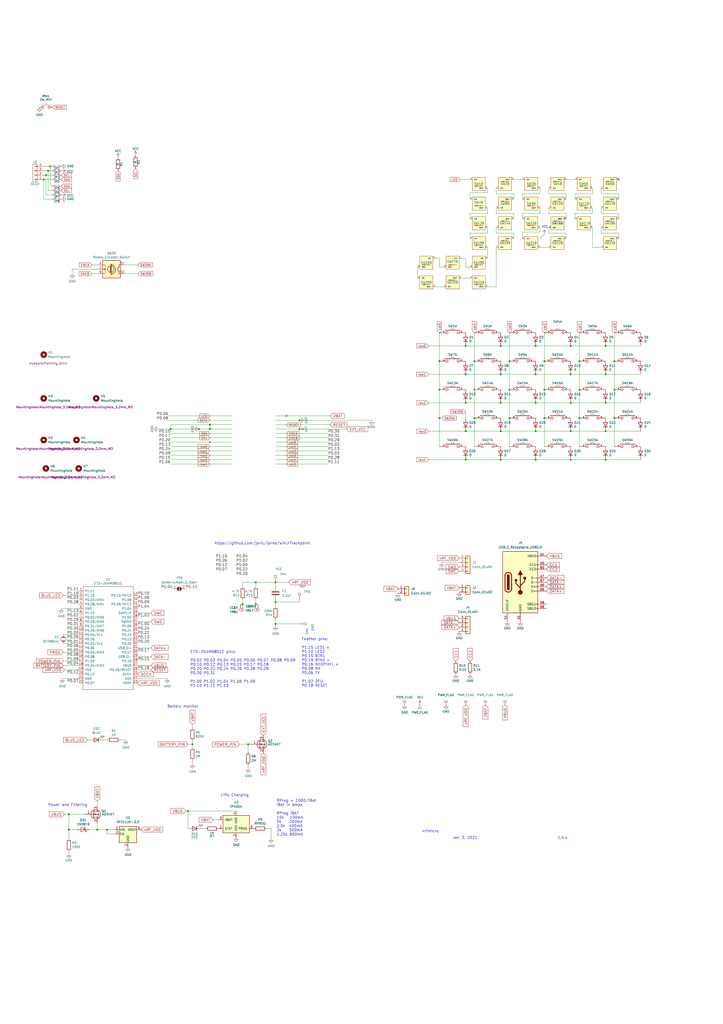
<source format=kicad_sch>
(kicad_sch (version 20211123) (generator eeschema)
  (paper "A2" portrait)
  (junction (at 311.15 266.7))
  (junction (at 331.47 266.7))
  (junction (at 270.51 200.66))
  (junction (at 140.97 350.52))
  (junction (at 121.92 248.92))
  (junction (at 29.21 96.52))
  (junction (at 160.02 361.95))
  (junction (at 316.23 242.57))
  (junction (at 26.67 101.6))
  (junction (at 295.91 226.06))
  (junction (at 255.27 226.06))
  (junction (at 336.55 226.06))
  (junction (at 316.23 226.06))
  (junction (at 311.15 217.17))
  (junction (at 316.23 209.55))
  (junction (at 356.87 209.55))
  (junction (at 351.79 233.68))
  (junction (at 173.99 243.84))
  (junction (at 160.02 349.25))
  (junction (at 356.87 226.06))
  (junction (at 270.51 250.19))
  (junction (at 290.83 217.17))
  (junction (at 99.06 248.92))
  (junction (at 255.27 209.55))
  (junction (at 331.47 200.66))
  (junction (at 255.27 242.57))
  (junction (at 311.15 200.66))
  (junction (at 290.83 200.66))
  (junction (at 331.47 233.68))
  (junction (at 160.02 337.82))
  (junction (at 148.59 337.82))
  (junction (at 56.515 481.33))
  (junction (at 331.47 250.19))
  (junction (at 295.91 242.57))
  (junction (at 311.15 250.19))
  (junction (at 290.83 250.19))
  (junction (at 290.83 266.7))
  (junction (at 270.51 217.17))
  (junction (at 351.79 200.66))
  (junction (at 351.79 250.19))
  (junction (at 275.59 242.57))
  (junction (at 275.59 226.06))
  (junction (at 40.005 481.33))
  (junction (at 295.91 209.55))
  (junction (at 351.79 217.17))
  (junction (at 336.55 209.55))
  (junction (at 336.55 242.57))
  (junction (at 270.51 233.68))
  (junction (at 270.51 266.7))
  (junction (at 148.59 350.52))
  (junction (at 40.005 472.44))
  (junction (at 275.59 209.55))
  (junction (at 109.22 470.535))
  (junction (at 311.15 233.68))
  (junction (at 144.145 431.8))
  (junction (at 173.99 248.92))
  (junction (at 121.92 246.38))
  (junction (at 27.94 99.06))
  (junction (at 290.83 233.68))
  (junction (at 115.57 248.92))
  (junction (at 356.87 242.57))
  (junction (at 25.4 104.14))
  (junction (at 111.76 431.8))
  (junction (at 351.79 266.7))
  (junction (at 331.47 217.17))
  (junction (at 62.23 481.33))
  (no_connect (at 166.37 241.3))
  (no_connect (at 121.92 256.54))
  (no_connect (at 359.41 104.14))
  (wire (pts (xy 50.8 429.26) (xy 52.07 429.26)))
  (wire (pts (xy 99.06 246.38) (xy 121.92 246.38)))
  (wire (pts (xy 139.7 350.52) (xy 140.97 350.52)))
  (wire (pts (xy 25.4 96.52) (xy 29.21 96.52)))
  (wire (pts (xy 40.005 494.03) (xy 40.005 495.3)))
  (wire (pts (xy 313.69 123.825) (xy 303.53 123.825)))
  (wire (pts (xy 72.39 153.67) (xy 80.01 153.67)))
  (wire (pts (xy 295.91 209.55) (xy 295.91 226.06)))
  (wire (pts (xy 316.23 193.04) (xy 316.23 209.55)))
  (wire (pts (xy 26.67 101.6) (xy 30.48 101.6)))
  (wire (pts (xy 160.02 349.25) (xy 160.02 347.98)))
  (wire (pts (xy 160.02 246.38) (xy 191.77 246.38)))
  (wire (pts (xy 99.06 248.92) (xy 115.57 248.92)))
  (wire (pts (xy 359.41 135.255) (xy 349.25 135.255)))
  (wire (pts (xy 270.51 250.19) (xy 290.83 250.19)))
  (wire (pts (xy 148.59 337.82) (xy 140.97 337.82)))
  (wire (pts (xy 160.02 337.82) (xy 148.59 337.82)))
  (wire (pts (xy 45.72 388.62) (xy 37.465 388.62)))
  (wire (pts (xy 351.79 233.68) (xy 372.11 233.68)))
  (wire (pts (xy 252.73 166.37) (xy 257.81 166.37)))
  (wire (pts (xy 298.45 135.255) (xy 288.29 135.255)))
  (wire (pts (xy 313.69 120.65) (xy 313.69 123.825)))
  (wire (pts (xy 99.06 264.16) (xy 134.62 264.16)))
  (wire (pts (xy 313.69 132.08) (xy 313.69 134.62)))
  (wire (pts (xy 29.21 107.95) (xy 30.48 107.95)))
  (wire (pts (xy 160.02 243.84) (xy 173.99 243.84)))
  (wire (pts (xy 148.59 337.82) (xy 148.59 340.36)))
  (wire (pts (xy 298.45 112.395) (xy 288.29 112.395)))
  (wire (pts (xy 270.51 238.76) (xy 270.51 242.57)))
  (wire (pts (xy 328.93 127) (xy 328.93 123.825)))
  (wire (pts (xy 328.93 115.57) (xy 328.93 112.395)))
  (wire (pts (xy 270.51 149.86) (xy 267.97 149.86)))
  (wire (pts (xy 359.41 127) (xy 359.41 123.825)))
  (wire (pts (xy 139.065 431.8) (xy 144.145 431.8)))
  (wire (pts (xy 255.27 193.04) (xy 255.27 209.55)))
  (wire (pts (xy 288.29 143.51) (xy 288.29 166.37)))
  (wire (pts (xy 295.91 242.57) (xy 295.91 259.08)))
  (wire (pts (xy 344.17 112.395) (xy 334.01 112.395)))
  (wire (pts (xy 349.25 123.825) (xy 349.25 120.65)))
  (wire (pts (xy 290.83 217.17) (xy 270.51 217.17)))
  (wire (pts (xy 99.06 269.24) (xy 134.62 269.24)))
  (wire (pts (xy 121.92 246.38) (xy 134.62 246.38)))
  (wire (pts (xy 148.59 350.52) (xy 149.86 350.52)))
  (wire (pts (xy 36.83 368.3) (xy 45.72 368.3)))
  (wire (pts (xy 99.06 248.92) (xy 92.075 248.92)))
  (wire (pts (xy 56.515 481.33) (xy 62.23 481.33)))
  (wire (pts (xy 351.79 217.17) (xy 372.11 217.17)))
  (wire (pts (xy 40.005 472.44) (xy 48.895 472.44)))
  (wire (pts (xy 29.21 96.52) (xy 30.48 96.52)))
  (wire (pts (xy 56.515 464.82) (xy 56.515 467.36)))
  (wire (pts (xy 288.29 135.255) (xy 288.29 132.08)))
  (wire (pts (xy 290.83 200.66) (xy 311.15 200.66)))
  (wire (pts (xy 270.51 250.19) (xy 248.92 250.19)))
  (wire (pts (xy 331.47 217.17) (xy 351.79 217.17)))
  (wire (pts (xy 328.93 112.395) (xy 318.77 112.395)))
  (wire (pts (xy 62.23 481.33) (xy 66.675 481.33)))
  (wire (pts (xy 344.17 123.825) (xy 334.01 123.825)))
  (wire (pts (xy 351.79 266.7) (xy 372.11 266.7)))
  (wire (pts (xy 359.41 123.825) (xy 349.25 123.825)))
  (wire (pts (xy 331.47 233.68) (xy 351.79 233.68)))
  (wire (pts (xy 344.17 120.65) (xy 344.17 123.825)))
  (wire (pts (xy 140.97 337.82) (xy 140.97 340.36)))
  (wire (pts (xy 336.55 209.55) (xy 336.55 226.06)))
  (wire (pts (xy 109.22 431.8) (xy 111.76 431.8)))
  (wire (pts (xy 318.77 112.395) (xy 318.77 109.22)))
  (wire (pts (xy 255.27 242.57) (xy 256.54 242.57)))
  (wire (pts (xy 190.5 251.46) (xy 160.02 251.46)))
  (wire (pts (xy 273.05 135.255) (xy 273.05 138.43)))
  (wire (pts (xy 36.83 383.54) (xy 45.72 383.54)))
  (wire (pts (xy 45.72 386.08) (xy 36.83 386.08)))
  (wire (pts (xy 328.93 123.825) (xy 318.77 123.825)))
  (wire (pts (xy 267.335 104.14) (xy 273.05 104.14)))
  (wire (pts (xy 270.51 200.66) (xy 248.92 200.66)))
  (wire (pts (xy 242.57 154.94) (xy 242.57 161.29)))
  (wire (pts (xy 255.27 209.55) (xy 255.27 226.06)))
  (wire (pts (xy 87.63 360.68) (xy 80.01 360.68)))
  (wire (pts (xy 328.93 135.255) (xy 318.77 135.255)))
  (wire (pts (xy 255.27 226.06) (xy 255.27 242.57)))
  (wire (pts (xy 283.21 120.65) (xy 283.21 123.825)))
  (wire (pts (xy 318.77 135.255) (xy 318.77 132.08)))
  (wire (pts (xy 45.72 393.7) (xy 36.195 393.7)))
  (wire (pts (xy 316.23 242.57) (xy 316.23 259.08)))
  (wire (pts (xy 303.53 134.62) (xy 303.53 138.43)))
  (wire (pts (xy 288.29 123.825) (xy 288.29 120.65)))
  (wire (pts (xy 66.675 483.87) (xy 62.23 483.87)))
  (wire (pts (xy 351.79 200.66) (xy 331.47 200.66)))
  (wire (pts (xy 255.27 149.86) (xy 252.73 149.86)))
  (wire (pts (xy 275.59 193.04) (xy 275.59 209.55)))
  (wire (pts (xy 316.23 209.55) (xy 316.23 226.06)))
  (wire (pts (xy 109.22 470.535) (xy 137.16 470.535)))
  (wire (pts (xy 160.02 248.92) (xy 173.99 248.92)))
  (wire (pts (xy 40.005 481.33) (xy 44.45 481.33)))
  (wire (pts (xy 298.45 123.825) (xy 288.29 123.825)))
  (wire (pts (xy 123.825 475.615) (xy 127 475.615)))
  (wire (pts (xy 298.45 138.43) (xy 298.45 135.255)))
  (wire (pts (xy 26.67 113.03) (xy 30.48 113.03)))
  (wire (pts (xy 99.06 259.08) (xy 134.62 259.08)))
  (wire (pts (xy 121.92 246.38) (xy 121.92 248.92)))
  (wire (pts (xy 351.79 250.19) (xy 372.11 250.19)))
  (wire (pts (xy 349.25 112.395) (xy 349.25 109.22)))
  (wire (pts (xy 273.05 154.94) (xy 270.51 154.94)))
  (wire (pts (xy 173.99 243.84) (xy 215.9 243.84)))
  (wire (pts (xy 356.87 226.06) (xy 356.87 209.55)))
  (wire (pts (xy 190.5 259.08) (xy 160.02 259.08)))
  (wire (pts (xy 121.92 248.92) (xy 134.62 248.92)))
  (wire (pts (xy 25.4 104.14) (xy 25.4 115.57)))
  (wire (pts (xy 356.87 226.06) (xy 356.87 242.57)))
  (wire (pts (xy 190.5 254) (xy 160.02 254)))
  (wire (pts (xy 283.21 166.37) (xy 288.29 166.37)))
  (wire (pts (xy 344.17 143.51) (xy 349.25 143.51)))
  (wire (pts (xy 270.51 266.7) (xy 290.83 266.7)))
  (wire (pts (xy 359.41 112.395) (xy 349.25 112.395)))
  (wire (pts (xy 109.22 480.695) (xy 109.22 470.535)))
  (wire (pts (xy 273.05 111.76) (xy 273.05 115.57)))
  (wire (pts (xy 56.515 477.52) (xy 56.515 481.33)))
  (wire (pts (xy 45.72 345.44) (xy 36.83 345.44)))
  (wire (pts (xy 290.83 233.68) (xy 311.15 233.68)))
  (wire (pts (xy 157.48 480.695) (xy 157.48 486.41)))
  (wire (pts (xy 99.06 256.54) (xy 134.62 256.54)))
  (wire (pts (xy 311.15 266.7) (xy 331.47 266.7)))
  (wire (pts (xy 336.55 226.06) (xy 336.55 242.57)))
  (wire (pts (xy 27.94 99.06) (xy 30.48 99.06)))
  (wire (pts (xy 40.005 472.44) (xy 40.005 481.33)))
  (wire (pts (xy 295.91 226.06) (xy 295.91 242.57)))
  (wire (pts (xy 283.21 143.51) (xy 283.21 149.86)))
  (wire (pts (xy 190.5 266.7) (xy 160.02 266.7)))
  (wire (pts (xy 107.95 470.535) (xy 109.22 470.535)))
  (wire (pts (xy 173.99 349.25) (xy 160.02 349.25)))
  (wire (pts (xy 87.63 388.62) (xy 80.01 388.62)))
  (wire (pts (xy 53.34 153.67) (xy 57.15 153.67)))
  (wire (pts (xy 256.54 326.39) (xy 266.7 326.39)))
  (wire (pts (xy 283.21 111.76) (xy 273.05 111.76)))
  (wire (pts (xy 255.27 154.94) (xy 255.27 149.86)))
  (wire (pts (xy 336.55 193.04) (xy 336.55 209.55)))
  (wire (pts (xy 316.23 226.06) (xy 316.23 242.57)))
  (wire (pts (xy 87.63 355.6) (xy 80.01 355.6)))
  (wire (pts (xy 303.53 112.395) (xy 303.53 115.57)))
  (wire (pts (xy 311.15 233.68) (xy 331.47 233.68)))
  (wire (pts (xy 298.45 115.57) (xy 298.45 112.395)))
  (wire (pts (xy 283.21 109.22) (xy 283.21 111.76)))
  (wire (pts (xy 97.79 243.84) (xy 134.62 243.84)))
  (wire (pts (xy 298.45 104.14) (xy 303.53 104.14)))
  (wire (pts (xy 173.99 347.98) (xy 173.99 349.25)))
  (wire (pts (xy 111.76 420.37) (xy 111.76 422.275)))
  (wire (pts (xy 344.17 109.22) (xy 344.17 112.395)))
  (wire (pts (xy 328.93 138.43) (xy 328.93 135.255)))
  (wire (pts (xy 25.4 101.6) (xy 26.67 101.6)))
  (wire (pts (xy 27.94 99.06) (xy 27.94 110.49)))
  (wire (pts (xy 173.99 361.95) (xy 160.02 361.95)))
  (wire (pts (xy 87.63 381) (xy 80.01 381)))
  (wire (pts (xy 99.06 246.38) (xy 99.06 248.92)))
  (wire (pts (xy 270.51 217.17) (xy 248.92 217.17)))
  (wire (pts (xy 144.145 443.865) (xy 144.145 445.77)))
  (wire (pts (xy 148.59 350.52) (xy 148.59 347.98)))
  (wire (pts (xy 190.5 261.62) (xy 160.02 261.62)))
  (wire (pts (xy 62.23 483.87) (xy 62.23 481.33)))
  (wire (pts (xy 334.01 123.825) (xy 334.01 127)))
  (wire (pts (xy 116.84 480.695) (xy 119.38 480.695)))
  (wire (pts (xy 359.41 115.57) (xy 359.41 112.395)))
  (wire (pts (xy 35.56 353.06) (xy 45.72 353.06)))
  (wire (pts (xy 26.67 101.6) (xy 26.67 113.03)))
  (wire (pts (xy 111.76 429.895) (xy 111.76 431.8)))
  (wire (pts (xy 173.99 248.92) (xy 201.295 248.92)))
  (wire (pts (xy 57.15 156.21) (xy 41.91 156.21)))
  (wire (pts (xy 40.005 472.44) (xy 37.465 472.44)))
  (wire (pts (xy 154.94 480.695) (xy 157.48 480.695)))
  (wire (pts (xy 275.59 226.06) (xy 275.59 242.57)))
  (wire (pts (xy 318.77 123.825) (xy 318.77 120.65)))
  (wire (pts (xy 99.06 251.46) (xy 134.62 251.46)))
  (wire (pts (xy 144.145 436.245) (xy 144.145 431.8)))
  (wire (pts (xy 270.51 154.94) (xy 270.51 149.86)))
  (wire (pts (xy 273.05 123.825) (xy 273.05 127)))
  (wire (pts (xy 190.5 264.16) (xy 160.02 264.16)))
  (wire (pts (xy 267.97 161.29) (xy 273.05 161.29)))
  (wire (pts (xy 290.83 233.68) (xy 270.51 233.68)))
  (wire (pts (xy 30.48 104.14) (xy 25.4 104.14)))
  (wire (pts (xy 160.02 361.95) (xy 160.02 359.41)))
  (wire (pts (xy 331.47 266.7) (xy 351.79 266.7)))
  (wire (pts (xy 87.63 375.92) (xy 80.01 375.92)))
  (wire (pts (xy 160.02 363.22) (xy 160.02 361.95)))
  (wire (pts (xy 80.01 393.7) (xy 97.155 393.7)))
  (wire (pts (xy 255.27 242.57) (xy 255.27 259.08)))
  (wire (pts (xy 356.87 209.55) (xy 356.87 193.04)))
  (wire (pts (xy 334.01 112.395) (xy 334.01 115.57)))
  (wire (pts (xy 311.15 250.19) (xy 290.83 250.19)))
  (wire (pts (xy 313.69 134.62) (xy 303.53 134.62)))
  (wire (pts (xy 313.69 112.395) (xy 303.53 112.395)))
  (wire (pts (xy 99.06 266.7) (xy 134.62 266.7)))
  (wire (pts (xy 311.15 200.66) (xy 331.47 200.66)))
  (wire (pts (xy 356.87 242.57) (xy 356.87 259.08)))
  (wire (pts (xy 349.25 135.255) (xy 349.25 132.08)))
  (wire (pts (xy 87.63 386.08) (xy 80.01 386.08)))
  (wire (pts (xy 275.59 209.55) (xy 275.59 226.06)))
  (wire (pts (xy 144.145 431.8) (xy 145.415 431.8)))
  (wire (pts (xy 99.06 261.62) (xy 134.62 261.62)))
  (wire (pts (xy 36.83 373.38) (xy 45.72 373.38)))
  (wire (pts (xy 303.53 123.825) (xy 303.53 127)))
  (wire (pts (xy 160.02 241.3) (xy 191.77 241.3)))
  (wire (pts (xy 111.76 441.325) (xy 111.76 443.23)))
  (wire (pts (xy 359.41 138.43) (xy 359.41 135.255)))
  (wire (pts (xy 52.07 481.33) (xy 56.515 481.33)))
  (wire (pts (xy 295.91 193.04) (xy 295.91 209.55)))
  (wire (pts (xy 69.85 429.26) (xy 73.025 429.26)))
  (wire (pts (xy 160.02 349.25) (xy 160.02 351.79)))
  (wire (pts (xy 311.15 217.17) (xy 331.47 217.17)))
  (wire (pts (xy 313.69 143.51) (xy 318.77 143.51)))
  (wire (pts (xy 290.83 200.66) (xy 270.51 200.66)))
  (wire (pts (xy 313.69 109.22) (xy 313.69 112.395)))
  (wire (pts (xy 160.02 337.82) (xy 160.02 340.36)))
  (wire (pts (xy 140.97 350.52) (xy 140.97 347.98)))
  (wire (pts (xy 311.15 250.19) (xy 331.47 250.19)))
  (wire (pts (xy 25.4 99.06) (xy 27.94 99.06)))
  (wire (pts (xy 290.83 266.7) (xy 311.15 266.7)))
  (wire (pts (xy 40.005 481.33) (xy 40.005 486.41)))
  (wire (pts (xy 328.93 104.14) (xy 334.01 104.14)))
  (wire (pts (xy 36.83 378.46) (xy 45.72 378.46)))
  (wire (pts (xy 72.39 158.75) (xy 80.01 158.75)))
  (wire (pts (xy 283.21 132.08) (xy 283.21 135.255)))
  (wire (pts (xy 275.59 242.57) (xy 275.59 259.08)))
  (wire (pts (xy 53.34 158.75) (xy 57.15 158.75)))
  (wire (pts (xy 99.06 254) (xy 134.62 254)))
  (wire (pts (xy 351.79 200.66) (xy 372.11 200.66)))
  (wire (pts (xy 288.29 112.395) (xy 288.29 109.22)))
  (wire (pts (xy 25.4 115.57) (xy 30.48 115.57)))
  (wire (pts (xy 27.94 110.49) (xy 30.48 110.49)))
  (wire (pts (xy 316.23 135.89) (xy 313.69 138.43)))
  (wire (pts (xy 97.79 241.3) (xy 134.62 241.3)))
  (wire (pts (xy 190.5 269.24) (xy 160.02 269.24)))
  (wire (pts (xy 331.47 250.19) (xy 351.79 250.19)))
  (wire (pts (xy 29.21 96.52) (xy 29.21 107.95)))
  (wire (pts (xy 298.45 127) (xy 298.45 123.825)))
  (wire (pts (xy 336.55 242.57) (xy 336.55 259.08)))
  (wire (pts (xy 257.81 154.94) (xy 255.27 154.94)))
  (wire (pts (xy 290.83 217.17) (xy 311.15 217.17)))
  (wire (pts (xy 248.92 266.7) (xy 270.51 266.7)))
  (wire (pts (xy 59.69 429.26) (xy 62.23 429.26)))
  (wire (pts (xy 283.21 135.255) (xy 273.05 135.255)))
  (wire (pts (xy 270.51 233.68) (xy 248.92 233.68)))
  (wire (pts (xy 111.76 431.8) (xy 111.76 433.705)))
  (wire (pts (xy 41.91 156.21) (xy 41.91 158.75)))
  (wire (pts (xy 121.92 248.92) (xy 115.57 248.92)))
  (wire (pts (xy 344.17 132.08) (xy 344.17 143.51)))
  (wire (pts (xy 283.21 123.825) (xy 273.05 123.825)))
  (wire (pts (xy 167.64 337.82) (xy 160.02 337.82)))
  (wire (pts (xy 190.5 256.54) (xy 160.02 256.54)))
  (text "1.4.x" (at 323.85 487.045 0) (effects (font (size 1.524 1.524)) (justify left bottom)))
  (text "LiPo Charging\n" (at 128.27 462.28 0) (effects (font (size 1.524 1.524)) (justify left bottom)))
  (text "Power and Filtering" (at 27.94 467.995 0) (effects (font (size 1.524 1.524)) (justify left bottom)))
  (text "Feather pins:\n\nP1.15 LED1 x\nP1.10 LED2\nP0.15 BTN1\nP0.19 BTN2 x\nP0.16 NEOPIXEL x\nP0.08 RX\nP0.06 TX\n\nP1.02 DFU\nP0.18 RESET\n" (at 175.26 398.78 0) (effects (font (size 1.524 1.524)) (justify left bottom)))
  (text "RProg = 1000/iBat\niBat in amps\n\nRProg iBAT\n10k   100mA\n5k    200mA\n2.5k  400mA\n2k    500mA\n1.25k 800mA" (at 160.655 485.14 0) (effects (font (size 1.524 1.524)) (justify left bottom)))
  (text "https://github.com/joric/jorne/wiki/Trackpoint" (at 124.46 316.23 0) (effects (font (size 1.524 1.524)) (justify left bottom)))
  (text "Battery monitor" (at 97.155 410.845 0) (effects (font (size 1.524 1.524)) (justify left bottom)))
  (text "nrfmicro" (at 245.11 483.235 0) (effects (font (size 1.524 1.524)) (justify left bottom)))
  (text "E73-2G4M08S1C pins:\n\nP0.02 P0.03 P0.04 P0.05 P0.06 P0.07 P0.08 P0.09\nP0.10 P0.12 P0.13 P0.15 P0.17 P0.18\nP0.20 P0.22 P0.24 P0.26 P0.28 P0.29\nP0.30 P0.31\n\nP1.00 P1.02 P1.04 P1.06 P1.09\nP1.10 P1.11 P1.13\n\n" (at 110.49 401.32 0) (effects (font (size 1.524 1.524)) (justify left bottom)))
  (text "Jan 3, 2021" (at 262.89 487.045 0) (effects (font (size 1.524 1.524)) (justify left bottom)))
  (label "P0.28" (at 45.72 350.52 180) (effects (font (size 1.524 1.524))))
  (label "P0.13" (at 80.01 370.84 0) (effects (font (size 1.524 1.524))))
  (label "P0.05" (at 45.72 378.46 180) (effects (font (size 1.524 1.524))))
  (label "P1.11" (at 190.5 269.24 0) (effects (font (size 1.524 1.524))))
  (label "P0.04" (at 45.72 386.08 180) (effects (font (size 1.524 1.524))))
  (label "P0.00" (at 45.72 368.3 180) (effects (font (size 1.524 1.524))))
  (label "P0.30" (at 45.72 365.76 180) (effects (font (size 1.524 1.524))))
  (label "P0.06" (at 45.72 375.92 180) (effects (font (size 1.524 1.524))))
  (label "P0.15" (at 80.01 383.54 0) (effects (font (size 1.524 1.524))))
  (label "P0.02" (at 45.72 358.14 180) (effects (font (size 1.524 1.524))))
  (label "P1.04" (at 100.33 341.63 180) (effects (font (size 1.524 1.524))))
  (label "P1.04" (at 137.16 323.85 0) (effects (font (size 1.524 1.524))))
  (label "P0.06" (at 97.79 241.3 180) (effects (font (size 1.524 1.524))))
  (label "P1.09" (at 45.72 383.54 180) (effects (font (size 1.524 1.524))))
  (label "P1.13" (at 190.5 261.62 0) (effects (font (size 1.524 1.524))))
  (label "P0.03" (at 45.72 347.98 180) (effects (font (size 1.524 1.524))))
  (label "P0.17" (at 99.06 254 180) (effects (font (size 1.524 1.524))))
  (label "P0.01" (at 45.72 373.38 180) (effects (font (size 1.524 1.524))))
  (label "P0.07" (at 132.08 331.47 180) (effects (font (size 1.524 1.524))))
  (label "P0.15" (at 99.06 251.46 180) (effects (font (size 1.524 1.524))))
  (label "P0.24" (at 99.06 261.62 180) (effects (font (size 1.524 1.524))))
  (label "P0.29" (at 45.72 360.68 180) (effects (font (size 1.524 1.524))))
  (label "P1.00" (at 137.16 328.93 0) (effects (font (size 1.524 1.524))))
  (label "P0.22" (at 80.01 368.3 0) (effects (font (size 1.524 1.524))))
  (label "P0.09" (at 99.06 264.16 180) (effects (font (size 1.524 1.524))))
  (label "P0.09" (at 80.01 350.52 0) (effects (font (size 1.524 1.524))))
  (label "P0.12" (at 45.72 391.16 180) (effects (font (size 1.524 1.524))))
  (label "P1.02" (at 137.16 326.39 0) (effects (font (size 1.524 1.524))))
  (label "P0.20" (at 80.01 373.38 0) (effects (font (size 1.524 1.524))))
  (label "P1.10" (at 132.08 323.85 180) (effects (font (size 1.524 1.524))))
  (label "P0.26" (at 132.08 326.39 180) (effects (font (size 1.524 1.524))))
  (label "P0.13" (at 99.06 259.08 180) (effects (font (size 1.524 1.524))))
  (label "P1.11" (at 107.95 341.63 0) (effects (font (size 1.524 1.524))))
  (label "P1.04" (at 80.01 353.06 0) (effects (font (size 1.524 1.524))))
  (label "P0.17" (at 80.01 378.46 0) (effects (font (size 1.524 1.524))))
  (label "P1.02" (at 80.01 358.14 0) (effects (font (size 1.524 1.524))))
  (label "P0.10" (at 80.01 345.44 0) (effects (font (size 1.524 1.524))))
  (label "P0.24" (at 80.01 365.76 0) (effects (font (size 1.524 1.524))))
  (label "P1.06" (at 80.01 347.98 0) (effects (font (size 1.524 1.524))))
  (label "P0.31" (at 190.5 254 0) (effects (font (size 1.524 1.524))))
  (label "P0.07" (at 45.72 396.24 180) (effects (font (size 1.524 1.524))))
  (label "P1.10" (at 45.72 345.44 180) (effects (font (size 1.524 1.524))))
  (label "P0.02" (at 190.5 259.08 0) (effects (font (size 1.524 1.524))))
  (label "P0.08" (at 97.79 243.84 180) (effects (font (size 1.524 1.524))))
  (label "P1.13" (at 45.72 355.6 180) (effects (font (size 1.524 1.524))))
  (label "P0.30" (at 190.5 251.46 0) (effects (font (size 1.524 1.524))))
  (label "P0.29" (at 190.5 256.54 0) (effects (font (size 1.524 1.524))))
  (label "P1.00" (at 80.01 363.22 0) (effects (font (size 1.524 1.524))))
  (label "P0.26" (at 45.72 370.84 180) (effects (font (size 1.524 1.524))))
  (label "P0.08" (at 45.72 381 180) (effects (font (size 1.524 1.524))))
  (label "P0.28" (at 190.5 266.7 0) (effects (font (size 1.524 1.524))))
  (label "P0.03" (at 190.5 264.16 0) (effects (font (size 1.524 1.524))))
  (label "P0.10" (at 99.06 266.7 180) (effects (font (size 1.524 1.524))))
  (label "P0.12" (at 132.08 328.93 180) (effects (font (size 1.524 1.524))))
  (label "P0.31" (at 45.72 363.22 180) (effects (font (size 1.524 1.524))))
  (label "P0.20" (at 99.06 256.54 180) (effects (font (size 1.524 1.524))))
  (label "P0.18" (at 80.01 388.62 0) (effects (font (size 1.524 1.524))))
  (label "P1.06" (at 99.06 269.24 180) (effects (font (size 1.524 1.524))))
  (label "P0.22" (at 137.16 331.47 0) (effects (font (size 1.524 1.524))))
  (label "P0.20" (at 137.16 334.01 0) (effects (font (size 1.524 1.524))))
  (label "P1.11" (at 45.72 342.9 180) (effects (font (size 1.524 1.524))))
  (global_label "SDA" (shape input) (at 121.92 251.46 180) (property "插入图纸页参考" "${INTERSHEET_REFS}" (effects hide)))
  (global_label "VBUS" (shape input) (at 293.37 408.94 270) (effects (font (size 1.524 1.524))) (property "Intersheet References" "${INTERSHEET_REFS}" (effects hide)))
  (global_label "row1" (shape input) (at 121.92 261.62 180) (property "插入图纸页参考" "${INTERSHEET_REFS}" (effects hide)))
  (global_label "VBAT" (shape input) (at 123.825 475.615 180) (effects (font (size 1.524 1.524))) (property "Intersheet References" "${INTERSHEET_REFS}" (effects hide)))
  (global_label "VBUS" (shape input) (at 266.7 358.775 180) (effects (font (size 1.524 1.524))) (property "Intersheet References" "${INTERSHEET_REFS}" (effects hide)))
  (global_label "PROG" (shape input) (at 36.83 378.46 180) (effects (font (size 1.524 1.524))) (property "Intersheet References" "${INTERSHEET_REFS}" (effects hide)))
  (global_label "VBAT" (shape input) (at 231.14 341.63 180) (effects (font (size 1.524 1.524))) (property "Intersheet References" "${INTERSHEET_REFS}" (effects hide)))
  (global_label "row0" (shape input) (at 121.92 259.08 180) (property "插入图纸页参考" "${INTERSHEET_REFS}" (effects hide)))
  (global_label "SCL" (shape input) (at 121.92 254 180) (property "插入图纸页参考" "${INTERSHEET_REFS}" (effects hide)))
  (global_label "nRF_VDD" (shape input) (at 270.51 408.94 270) (effects (font (size 1.524 1.524))) (property "Intersheet References" "${INTERSHEET_REFS}" (effects hide)))
  (global_label "col5" (shape input) (at 166.37 269.24 0) (property "插入图纸页参考" "${INTERSHEET_REFS}" (effects hide)))
  (global_label "row3" (shape input) (at 121.92 266.7 180) (property "插入图纸页参考" "${INTERSHEET_REFS}" (effects hide)))
  (global_label "SCL" (shape input) (at 78.74 97.79 270) (property "插入图纸页参考" "${INTERSHEET_REFS}" (effects hide)))
  (global_label "row4" (shape input) (at 121.92 269.24 180) (property "插入图纸页参考" "${INTERSHEET_REFS}" (effects hide)))
  (global_label "DATA" (shape input) (at 121.92 243.84 180) (property "插入图纸页参考" "${INTERSHEET_REFS}" (effects hide)))
  (global_label "col1" (shape input) (at 166.37 259.08 0) (property "插入图纸页参考" "${INTERSHEET_REFS}" (effects hide)))
  (global_label "row1" (shape input) (at 248.92 217.17 180) (property "插入图纸页参考" "${INTERSHEET_REFS}" (effects hide)))
  (global_label "col1" (shape input) (at 336.55 193.04 90) (property "插入图纸页参考" "${INTERSHEET_REFS}" (effects hide)))
  (global_label "SWC" (shape input) (at 87.63 355.6 0) (effects (font (size 1.524 1.524))) (property "Intersheet References" "${INTERSHEET_REFS}" (effects hide)))
  (global_label "nRF_VDD" (shape input) (at 266.7 323.85 180) (effects (font (size 1.524 1.524))) (property "Intersheet References" "${INTERSHEET_REFS}" (effects hide)))
  (global_label "DATA-" (shape input) (at 266.7 361.315 180) (effects (font (size 1.524 1.524))) (property "Intersheet References" "${INTERSHEET_REFS}" (effects hide)))
  (global_label "VBAT" (shape input) (at 56.515 464.82 90) (effects (font (size 1.524 1.524))) (property "Intersheet References" "${INTERSHEET_REFS}" (effects hide)))
  (global_label "ENCA" (shape input) (at 53.34 153.67 180) (property "插入图纸页参考" "${INTERSHEET_REFS}" (effects hide)))
  (global_label "nRF_VDD" (shape input) (at 167.64 337.82 0) (effects (font (size 1.524 1.524))) (property "Intersheet References" "${INTERSHEET_REFS}" (effects hide)))
  (global_label "SWD" (shape input) (at 266.7 328.93 180) (effects (font (size 1.524 1.524))) (property "Intersheet References" "${INTERSHEET_REFS}" (effects hide)))
  (global_label "VBAT" (shape input) (at 266.7 340.995 180) (effects (font (size 1.524 1.524))) (property "Intersheet References" "${INTERSHEET_REFS}" (effects hide)))
  (global_label "col5" (shape input) (at 255.27 193.04 90) (property "插入图纸页参考" "${INTERSHEET_REFS}" (effects hide)))
  (global_label "DATA-" (shape input) (at 87.63 381 0) (effects (font (size 1.524 1.524))) (property "Intersheet References" "${INTERSHEET_REFS}" (effects hide)))
  (global_label "row2" (shape input) (at 248.92 233.68 180) (property "插入图纸页参考" "${INTERSHEET_REFS}" (effects hide)))
  (global_label "CC1" (shape input) (at 264.795 383.54 90) (effects (font (size 1.524 1.524))) (property "Intersheet References" "${INTERSHEET_REFS}" (effects hide)))
  (global_label "VBUS" (shape input) (at 107.95 470.535 180) (effects (font (size 1.524 1.524))) (property "Intersheet References" "${INTERSHEET_REFS}" (effects hide)))
  (global_label "DATA+" (shape input) (at 317.5 342.9 0) (effects (font (size 1.524 1.524))) (property "Intersheet References" "${INTERSHEET_REFS}" (effects hide)))
  (global_label "LED" (shape input) (at 267.335 104.14 180) (property "插入图纸页参考" "${INTERSHEET_REFS}" (effects hide)))
  (global_label "VBUS" (shape input) (at 37.465 472.44 180) (effects (font (size 1.524 1.524))) (property "Intersheet References" "${INTERSHEET_REFS}" (effects hide)))
  (global_label "nRF_VDD" (shape input) (at 153.035 436.88 270) (effects (font (size 1.524 1.524))) (property "Intersheet References" "${INTERSHEET_REFS}" (effects hide)))
  (global_label "col4" (shape input) (at 166.37 266.7 0) (property "插入图纸页参考" "${INTERSHEET_REFS}" (effects hide)))
  (global_label "SW25B" (shape input) (at 80.01 158.75 0) (property "插入图纸页参考" "${INTERSHEET_REFS}" (effects hide)))
  (global_label "BATTERY_PIN" (shape input) (at 36.83 386.08 180) (effects (font (size 1.524 1.524))) (property "Intersheet References" "${INTERSHEET_REFS}" (effects hide)))
  (global_label "EXT_VCC" (shape input) (at 153.035 426.72 90) (effects (font (size 1.524 1.524))) (property "Intersheet References" "${INTERSHEET_REFS}" (effects hide)))
  (global_label "SWD" (shape input) (at 87.63 360.68 0) (effects (font (size 1.524 1.524))) (property "Intersheet References" "${INTERSHEET_REFS}" (effects hide)))
  (global_label "RESET" (shape input) (at 87.63 388.62 0) (effects (font (size 1.524 1.524))) (property "Intersheet References" "${INTERSHEET_REFS}" (effects hide)))
  (global_label "col4" (shape input) (at 275.59 193.04 90) (property "插入图纸页参考" "${INTERSHEET_REFS}" (effects hide)))
  (global_label "VBAT" (shape input) (at 281.94 408.94 270) (effects (font (size 1.524 1.524))) (property "Intersheet References" "${INTERSHEET_REFS}" (effects hide)))
  (global_label "SDA" (shape input) (at 68.58 99.06 270) (property "插入图纸页参考" "${INTERSHEET_REFS}" (effects hide)))
  (global_label "col3" (shape input) (at 166.37 264.16 0) (property "插入图纸页参考" "${INTERSHEET_REFS}" (effects hide)))
  (global_label "SCL" (shape input) (at 35.56 101.6 0) (property "插入图纸页参考" "${INTERSHEET_REFS}" (effects hide)))
  (global_label "ENCB" (shape input) (at 166.37 254 0) (property "插入图纸页参考" "${INTERSHEET_REFS}" (effects hide)))
  (global_label "LED" (shape input) (at 121.92 241.3 180) (property "插入图纸页参考" "${INTERSHEET_REFS}" (effects hide)))
  (global_label "RESET" (shape input) (at 191.77 246.38 0) (effects (font (size 1.524 1.524))) (property "Intersheet References" "${INTERSHEET_REFS}" (effects hide)))
  (global_label "nRF_VDD" (shape input) (at 81.915 481.33 0) (effects (font (size 1.524 1.524))) (property "Intersheet References" "${INTERSHEET_REFS}" (effects hide)))
  (global_label "col3" (shape input) (at 295.91 193.04 90) (property "插入图纸页参考" "${INTERSHEET_REFS}" (effects hide)))
  (global_label "nRF_VDD" (shape input) (at 37.465 388.62 180) (effects (font (size 1.524 1.524))) (property "Intersheet References" "${INTERSHEET_REFS}" (effects hide)))
  (global_label "SW25A" (shape input) (at 256.54 242.57 0) (property "插入图纸页参考" "${INTERSHEET_REFS}" (effects hide)))
  (global_label "DATA-" (shape input) (at 317.5 337.82 0) (effects (font (size 1.524 1.524))) (property "Intersheet References" "${INTERSHEET_REFS}" (effects hide)))
  (global_label "VBUS" (shape input) (at 317.5 322.58 0) (effects (font (size 1.524 1.524))) (property "Intersheet References" "${INTERSHEET_REFS}" (effects hide)))
  (global_label "SCL" (shape input) (at 35.56 110.49 0) (property "插入图纸页参考" "${INTERSHEET_REFS}" (effects hide)))
  (global_label "col2" (shape input) (at 166.37 261.62 0) (property "插入图纸页参考" "${INTERSHEET_REFS}" (effects hide)))
  (global_label "DATA-" (shape input) (at 317.5 335.28 0) (effects (font (size 1.524 1.524))) (property "Intersheet References" "${INTERSHEET_REFS}" (effects hide)))
  (global_label "POWER_PIN" (shape input) (at 36.83 383.54 180) (effects (font (size 1.524 1.524))) (property "Intersheet References" "${INTERSHEET_REFS}" (effects hide)))
  (global_label "row0" (shape input) (at 248.92 200.66 180) (property "插入图纸页参考" "${INTERSHEET_REFS}" (effects hide)))
  (global_label "ENCA" (shape input) (at 166.37 251.46 0) (property "插入图纸页参考" "${INTERSHEET_REFS}" (effects hide)))
  (global_label "DATA+" (shape input) (at 317.5 340.36 0) (effects (font (size 1.524 1.524))) (property "Intersheet References" "${INTERSHEET_REFS}" (effects hide)))
  (global_label "CC2" (shape input) (at 273.05 383.54 90) (effects (font (size 1.524 1.524))) (property "Intersheet References" "${INTERSHEET_REFS}" (effects hide)))
  (global_label "VBUS" (shape input) (at 87.63 386.08 0) (effects (font (size 1.524 1.524))) (property "Intersheet References" "${INTERSHEET_REFS}" (effects hide)))
  (global_label "VBAT" (shape input) (at 191.77 241.3 0) (effects (font (size 1.524 1.524))) (property "Intersheet References" "${INTERSHEET_REFS}" (effects hide)))
  (global_label "RESET" (shape input) (at 30.48 62.23 0) (property "插入图纸页参考" "${INTERSHEET_REFS}" (effects hide)))
  (global_label "DATA+" (shape input) (at 266.7 363.855 180) (effects (font (size 1.524 1.524))) (property "Intersheet References" "${INTERSHEET_REFS}" (effects hide)))
  (global_label "DATA+" (shape input) (at 87.63 375.92 0) (effects (font (size 1.524 1.524))) (property "Intersheet References" "${INTERSHEET_REFS}" (effects hide)))
  (global_label "row2" (shape input) (at 121.92 264.16 180) (property "插入图纸页参考" "${INTERSHEET_REFS}" (effects hide)))
  (global_label "POWER_PIN" (shape input) (at 139.065 431.8 180) (effects (font (size 1.524 1.524))) (property "Intersheet References" "${INTERSHEET_REFS}" (effects hide)))
  (global_label "EXT_VCC" (shape input) (at 201.295 248.92 0) (effects (font (size 1.524 1.524))) (property "Intersheet References" "${INTERSHEET_REFS}" (effects hide)))
  (global_label "RESET" (shape input) (at 166.37 246.38 0) (property "插入图纸页参考" "${INTERSHEET_REFS}" (effects hide)))
  (global_label "BATTERY_PIN" (shape input) (at 109.22 431.8 180) (effects (font (size 1.524 1.524))) (property "Intersheet References" "${INTERSHEET_REFS}" (effects hide)))
  (global_label "row4" (shape input) (at 248.92 266.7 180) (property "插入图纸页参考" "${INTERSHEET_REFS}" (effects hide)))
  (global_label "SW25A" (shape input) (at 80.01 153.67 0) (property "插入图纸页参考" "${INTERSHEET_REFS}" (effects hide)))
  (global_label "BLUE_LED" (shape input) (at 36.83 345.44 180) (effects (font (size 1.524 1.524))) (property "Intersheet References" "${INTERSHEET_REFS}" (effects hide)))
  (global_label "col2" (shape input) (at 316.23 193.04 90) (property "插入图纸页参考" "${INTERSHEET_REFS}" (effects hide)))
  (global_label "row3" (shape input) (at 248.92 250.19 180) (property "插入图纸页参考" "${INTERSHEET_REFS}" (effects hide)))
  (global_label "CC2" (shape input) (at 317.5 330.2 0) (effects (font (size 1.524 1.524))) (property "Intersheet References" "${INTERSHEET_REFS}" (effects hide)))
  (global_label "ENCB" (shape input) (at 53.34 158.75 180) (property "插入图纸页参考" "${INTERSHEET_REFS}" (effects hide)))
  (global_label "SW25B" (shape input) (at 270.51 238.76 180) (property "插入图纸页参考" "${INTERSHEET_REFS}" (effects hide)))
  (global_label "nRF_VDD" (shape input) (at 80.01 396.24 0) (effects (font (size 1.524 1.524))) (property "Intersheet References" "${INTERSHEET_REFS}" (effects hide)))
  (global_label "VBAT" (shape input) (at 111.76 420.37 90) (effects (font (size 1.524 1.524))) (property "Intersheet References" "${INTERSHEET_REFS}" (effects hide)))
  (global_label "col0" (shape input) (at 356.87 193.04 90) (property "插入图纸页参考" "${INTERSHEET_REFS}" (effects hide)))
  (global_label "BLUE_LED" (shape input) (at 50.8 429.26 180) (effects (font (size 1.524 1.524))) (property "Intersheet References" "${INTERSHEET_REFS}" (effects hide)))
  (global_label "SDA" (shape input) (at 35.56 104.14 0) (property "插入图纸页参考" "${INTERSHEET_REFS}" (effects hide)))
  (global_label "col0" (shape input) (at 166.37 256.54 0) (property "插入图纸页参考" "${INTERSHEET_REFS}" (effects hide)))
  (global_label "DCCH" (shape input) (at 80.01 391.16 0) (effects (font (size 1.524 1.524))) (property "Intersheet References" "${INTERSHEET_REFS}" (effects hide)))
  (global_label "SDA" (shape input) (at 35.56 107.95 0) (property "插入图纸页参考" "${INTERSHEET_REFS}" (effects hide)))
  (global_label "SWC" (shape input) (at 266.7 331.47 180) (effects (font (size 1.524 1.524))) (property "Intersheet References" "${INTERSHEET_REFS}" (effects hide)))
  (global_label "CC1" (shape input) (at 317.5 327.66 0) (effects (font (size 1.524 1.524))) (property "Intersheet References" "${INTERSHEET_REFS}" (effects hide)))
  (symbol (lib_id "Tiboard:SW_PUSH_LED") (at 262.89 259.08 0) (unit 1)
    (property "Reference" "SW26" (at 262.89 255.27 0))
    (property "Value" "SW_PUSH_LED" (effects hide))
    (property "Footprint" "myboard:Choc_Hotswap_SK6812MiniE_trace" (effects hide))
  )
  (symbol (lib_id "Tiboard:SW_PUSH_LED") (at 262.89 193.04 0) (unit 1)
    (property "Reference" "SW1" (at 262.89 189.23 0))
    (property "Value" "SW_PUSH_LED" (effects hide))
    (property "Footprint" "myboard:Choc_Hotswap_SK6812MiniE_trace" (effects hide))
  )
  (symbol (lib_id "Device:D") (at 270.51 196.85 90) (unit 1)
    (property "Reference" "D1" (at 272.5166 195.6816 90) (effects (justify right)))
    (property "Value" "D" (at 272.5166 197.993 90) (effects (justify right)))
    (property "Footprint" "myboard:crkbd-diode-wz-via" (effects hide))
  )
  (symbol (lib_id "Tiboard:SW_PUSH_LED") (at 283.21 193.04 0) (unit 1)
    (property "Reference" "SW2" (at 283.21 189.23 0))
    (property "Value" "SW_PUSH_LED" (effects hide))
    (property "Footprint" "myboard:Choc_Hotswap_SK6812MiniE_trace" (effects hide))
  )
  (symbol (lib_id "Device:D") (at 290.83 196.85 90) (unit 1)
    (property "Reference" "D2" (at 292.8366 195.6816 90) (effects (justify right)))
    (property "Value" "D" (at 292.8366 197.993 90) (effects (justify right)))
    (property "Footprint" "myboard:crkbd-diode-wz-via" (effects hide))
  )
  (symbol (lib_id "Tiboard:SW_PUSH_LED") (at 303.53 193.04 0) (unit 1)
    (property "Reference" "SW3" (at 303.53 189.23 0))
    (property "Value" "SW_PUSH_LED" (effects hide))
    (property "Footprint" "myboard:Choc_Hotswap_SK6812MiniE_trace" (effects hide))
  )
  (symbol (lib_id "Device:D") (at 311.15 196.85 90) (unit 1)
    (property "Reference" "D3" (at 313.1566 195.6816 90) (effects (justify right)))
    (property "Value" "D" (at 313.1566 197.993 90) (effects (justify right)))
    (property "Footprint" "myboard:crkbd-diode-wz-via" (effects hide))
  )
  (symbol (lib_id "Tiboard:SW_PUSH_LED") (at 323.85 193.04 0) (unit 1)
    (property "Reference" "SW4" (at 323.85 186.563 0))
    (property "Value" "SW_PUSH_LED" (effects hide))
    (property "Footprint" "myboard:Choc_Hotswap_SK6812MiniE_trace" (effects hide))
  )
  (symbol (lib_id "Device:D") (at 331.47 196.85 90) (unit 1)
    (property "Reference" "D4" (at 333.4766 195.6816 90) (effects (justify right)))
    (property "Value" "D" (at 333.4766 197.993 90) (effects (justify right)))
    (property "Footprint" "myboard:crkbd-diode-wz-via" (effects hide))
  )
  (symbol (lib_id "Tiboard:SW_PUSH_LED") (at 344.17 193.04 0) (unit 1)
    (property "Reference" "SW5" (at 344.17 189.23 0))
    (property "Value" "SW_PUSH_LED" (effects hide))
    (property "Footprint" "myboard:Choc_Hotswap_SK6812MiniE_trace" (effects hide))
  )
  (symbol (lib_id "Device:D") (at 351.79 196.85 90) (unit 1)
    (property "Reference" "D5" (at 353.7966 195.6816 90) (effects (justify right)))
    (property "Value" "D" (at 353.7966 197.993 90) (effects (justify right)))
    (property "Footprint" "myboard:crkbd-diode-wz-via" (effects hide))
  )
  (symbol (lib_id "Tiboard:SW_PUSH_LED") (at 364.49 193.04 0) (unit 1)
    (property "Reference" "SW6" (at 364.49 189.23 0))
    (property "Value" "SW_PUSH_LED" (effects hide))
    (property "Footprint" "myboard:Choc_Hotswap_SK6812MiniE_trace" (effects hide))
  )
  (symbol (lib_id "Device:D") (at 372.11 196.85 90) (unit 1)
    (property "Reference" "D6" (at 374.1166 195.6816 90) (effects (justify right)))
    (property "Value" "D" (at 374.1166 197.993 90) (effects (justify right)))
    (property "Footprint" "myboard:crkbd-diode-wz-via" (effects hide))
  )
  (symbol (lib_id "Tiboard:SW_PUSH_LED") (at 283.21 209.55 0) (unit 1)
    (property "Reference" "SW8" (at 283.21 205.74 0))
    (property "Value" "SW_PUSH_LED" (effects hide))
    (property "Footprint" "myboard:Choc_Hotswap_SK6812MiniE_trace" (effects hide))
  )
  (symbol (lib_id "Tiboard:SW_PUSH_LED") (at 303.53 209.55 0) (unit 1)
    (property "Reference" "SW9" (at 303.53 205.74 0))
    (property "Value" "SW_PUSH_LED" (effects hide))
    (property "Footprint" "myboard:Choc_Hotswap_SK6812MiniE_trace" (effects hide))
  )
  (symbol (lib_id "Tiboard:SW_PUSH_LED") (at 323.85 209.55 0) (unit 1)
    (property "Reference" "SW10" (at 323.85 205.74 0))
    (property "Value" "SW_PUSH_LED" (effects hide))
    (property "Footprint" "myboard:Choc_Hotswap_SK6812MiniE_trace" (effects hide))
  )
  (symbol (lib_id "Tiboard:SW_PUSH_LED") (at 344.17 209.55 0) (unit 1)
    (property "Reference" "SW11" (at 344.17 205.74 0))
    (property "Value" "SW_PUSH_LED" (effects hide))
    (property "Footprint" "myboard:Choc_Hotswap_SK6812MiniE_trace" (effects hide))
  )
  (symbol (lib_id "Tiboard:SW_PUSH_LED") (at 364.49 209.55 0) (unit 1)
    (property "Reference" "SW12" (at 364.49 205.74 0))
    (property "Value" "SW_PUSH_LED" (effects hide))
    (property "Footprint" "myboard:Choc_Hotswap_SK6812MiniE_trace" (effects hide))
  )
  (symbol (lib_id "Tiboard:SW_PUSH_LED") (at 262.89 209.55 0) (unit 1)
    (property "Reference" "SW7" (at 262.89 205.74 0))
    (property "Value" "SW_PUSH_LED" (effects hide))
    (property "Footprint" "myboard:Choc_Hotswap_SK6812MiniE_trace" (effects hide))
  )
  (symbol (lib_id "Device:D") (at 270.51 213.36 90) (unit 1)
    (property "Reference" "D7" (at 272.5166 212.1916 90) (effects (justify right)))
    (property "Value" "D" (at 272.5166 214.503 90) (effects (justify right)))
    (property "Footprint" "myboard:crkbd-diode-wz-via" (effects hide))
  )
  (symbol (lib_id "Device:D") (at 290.83 213.36 90) (unit 1)
    (property "Reference" "D8" (at 292.8366 212.1916 90) (effects (justify right)))
    (property "Value" "D" (at 292.8366 214.503 90) (effects (justify right)))
    (property "Footprint" "myboard:crkbd-diode-wz-via" (effects hide))
  )
  (symbol (lib_id "Device:D") (at 311.15 213.36 90) (unit 1)
    (property "Reference" "D9" (at 313.1566 212.1916 90) (effects (justify right)))
    (property "Value" "D" (at 313.1566 214.503 90) (effects (justify right)))
    (property "Footprint" "myboard:crkbd-diode-wz-via" (effects hide))
  )
  (symbol (lib_id "Device:D") (at 331.47 213.36 90) (unit 1)
    (property "Reference" "D10" (at 333.4766 212.1916 90) (effects (justify right)))
    (property "Value" "D" (at 333.4766 214.503 90) (effects (justify right)))
    (property "Footprint" "myboard:crkbd-diode-wz-via" (effects hide))
  )
  (symbol (lib_id "Device:D") (at 351.79 213.36 90) (unit 1)
    (property "Reference" "D11" (at 353.7966 212.1916 90) (effects (justify right)))
    (property "Value" "D" (at 353.7966 214.503 90) (effects (justify right)))
    (property "Footprint" "myboard:crkbd-diode-wz-via" (effects hide))
  )
  (symbol (lib_id "Device:D") (at 372.11 213.36 90) (unit 1)
    (property "Reference" "D12" (at 374.1166 212.1916 90) (effects (justify right)))
    (property "Value" "D" (at 374.1166 214.503 90) (effects (justify right)))
    (property "Footprint" "myboard:crkbd-diode-wz-via" (effects hide))
  )
  (symbol (lib_id "Tiboard:SW_PUSH_LED") (at 262.89 226.06 0) (unit 1)
    (property "Reference" "SW13" (at 262.89 222.25 0))
    (property "Value" "SW_PUSH_LED" (effects hide))
    (property "Footprint" "myboard:Choc_Hotswap_SK6812MiniE_trace" (effects hide))
  )
  (symbol (lib_id "Tiboard:SW_PUSH_LED") (at 283.21 226.06 0) (unit 1)
    (property "Reference" "SW14" (at 283.21 222.25 0))
    (property "Value" "SW_PUSH_LED" (effects hide))
    (property "Footprint" "myboard:Choc_Hotswap_SK6812MiniE_trace" (effects hide))
  )
  (symbol (lib_id "Tiboard:SW_PUSH_LED") (at 303.53 226.06 0) (unit 1)
    (property "Reference" "SW15" (at 303.53 222.25 0))
    (property "Value" "SW_PUSH_LED" (effects hide))
    (property "Footprint" "myboard:Choc_Hotswap_SK6812MiniE_trace" (effects hide))
  )
  (symbol (lib_id "Tiboard:SW_PUSH_LED") (at 323.85 226.06 0) (unit 1)
    (property "Reference" "SW16" (at 323.85 222.25 0))
    (property "Value" "SW_PUSH_LED" (effects hide))
    (property "Footprint" "myboard:Choc_Hotswap_SK6812MiniE_trace" (effects hide))
  )
  (symbol (lib_id "Tiboard:SW_PUSH_LED") (at 344.17 226.06 0) (unit 1)
    (property "Reference" "SW17" (at 344.17 222.25 0))
    (property "Value" "SW_PUSH_LED" (effects hide))
    (property "Footprint" "myboard:Choc_Hotswap_SK6812MiniE_trace" (effects hide))
  )
  (symbol (lib_id "Tiboard:SW_PUSH_LED") (at 364.49 226.06 0) (unit 1)
    (property "Reference" "SW18" (at 364.49 222.25 0))
    (property "Value" "SW_PUSH_LED" (effects hide))
    (property "Footprint" "myboard:Choc_Hotswap_SK6812MiniE_trace" (effects hide))
  )
  (symbol (lib_id "Device:D") (at 270.51 229.87 90) (unit 1)
    (property "Reference" "D13" (at 272.5166 228.7016 90) (effects (justify right)))
    (property "Value" "D" (at 272.5166 231.013 90) (effects (justify right)))
    (property "Footprint" "myboard:crkbd-diode-wz-via" (effects hide))
  )
  (symbol (lib_id "Device:D") (at 290.83 229.87 90) (unit 1)
    (property "Reference" "D14" (at 292.8366 228.7016 90) (effects (justify right)))
    (property "Value" "D" (at 292.8366 231.013 90) (effects (justify right)))
    (property "Footprint" "myboard:crkbd-diode-wz-via" (effects hide))
  )
  (symbol (lib_id "Device:D") (at 311.15 229.87 90) (unit 1)
    (property "Reference" "D15" (at 313.1566 228.7016 90) (effects (justify right)))
    (property "Value" "D" (at 313.1566 231.013 90) (effects (justify right)))
    (property "Footprint" "myboard:crkbd-diode-wz-via" (effects hide))
  )
  (symbol (lib_id "Device:D") (at 331.47 229.87 90) (unit 1)
    (property "Reference" "D16" (at 333.4766 228.7016 90) (effects (justify right)))
    (property "Value" "D" (at 333.4766 231.013 90) (effects (justify right)))
    (property "Footprint" "myboard:crkbd-diode-wz-via" (effects hide))
  )
  (symbol (lib_id "Device:D") (at 351.79 229.87 90) (unit 1)
    (property "Reference" "D17" (at 353.7966 228.7016 90) (effects (justify right)))
    (property "Value" "D" (at 353.7966 231.013 90) (effects (justify right)))
    (property "Footprint" "myboard:crkbd-diode-wz-via" (effects hide))
  )
  (symbol (lib_id "Device:D") (at 372.11 229.87 90) (unit 1)
    (property "Reference" "D18" (at 374.1166 228.7016 90) (effects (justify right)))
    (property "Value" "D" (at 374.1166 231.013 90) (effects (justify right)))
    (property "Footprint" "myboard:crkbd-diode-wz-via" (effects hide))
  )
  (symbol (lib_id "Tiboard:SW_PUSH_LED") (at 323.85 242.57 0) (unit 1)
    (property "Reference" "SW21" (at 323.85 238.76 0))
    (property "Value" "SW_PUSH_LED" (effects hide))
    (property "Footprint" "myboard:Choc_Hotswap_SK6812MiniE_trace" (effects hide))
  )
  (symbol (lib_id "Tiboard:SW_PUSH_LED") (at 344.17 242.57 0) (unit 1)
    (property "Reference" "SW22" (at 344.17 238.76 0))
    (property "Value" "SW_PUSH_LED" (effects hide))
    (property "Footprint" "myboard:Choc_Hotswap_SK6812MiniE_trace" (effects hide))
  )
  (symbol (lib_id "Tiboard:SW_PUSH_LED") (at 344.17 259.08 0) (unit 1)
    (property "Reference" "SW23" (at 344.17 255.27 0))
    (property "Value" "SW_PUSH_LED" (effects hide))
    (property "Footprint" "myboard:Choc_Hotswap_SK6812MiniE_trace" (effects hide))
  )
  (symbol (lib_id "Tiboard:SW_PUSH_LED") (at 364.49 242.57 0) (unit 1)
    (property "Reference" "SW24" (at 364.49 238.76 0))
    (property "Value" "SW_PUSH_LED" (effects hide))
    (property "Footprint" "myboard:Choc_Hotswap_SK6812MiniE_trace" (effects hide))
  )
  (symbol (lib_id "Tiboard:SW_PUSH_LED") (at 303.53 242.57 0) (unit 1)
    (property "Reference" "SW20" (at 303.53 238.76 0))
    (property "Value" "SW_PUSH_LED" (effects hide))
    (property "Footprint" "myboard:Choc_Hotswap_SK6812MiniE_trace" (effects hide))
  )
  (symbol (lib_id "Tiboard:SW_PUSH_LED") (at 283.21 242.57 0) (unit 1)
    (property "Reference" "SW19" (at 283.21 238.76 0))
    (property "Value" "SW_PUSH_LED" (effects hide))
    (property "Footprint" "myboard:Choc_Hotswap_SK6812MiniE_trace" (effects hide))
  )
  (symbol (lib_id "Device:D") (at 290.83 246.38 90) (unit 1)
    (property "Reference" "D19" (at 292.8366 245.2116 90) (effects (justify right)))
    (property "Value" "D" (at 292.8366 247.523 90) (effects (justify right)))
    (property "Footprint" "myboard:crkbd-diode-wz-via" (effects hide))
  )
  (symbol (lib_id "Device:D") (at 311.15 246.38 90) (unit 1)
    (property "Reference" "D20" (at 313.1566 245.2116 90) (effects (justify right)))
    (property "Value" "D" (at 313.1566 247.523 90) (effects (justify right)))
    (property "Footprint" "myboard:crkbd-diode-wz-via" (effects hide))
  )
  (symbol (lib_id "Device:D") (at 331.47 246.38 90) (unit 1)
    (property "Reference" "D21" (at 333.4766 245.2116 90) (effects (justify right)))
    (property "Value" "D" (at 333.4766 247.523 90) (effects (justify right)))
    (property "Footprint" "myboard:crkbd-diode-wz-via" (effects hide))
  )
  (symbol (lib_id "Device:D") (at 351.79 246.38 90) (unit 1)
    (property "Reference" "D22" (at 353.7966 245.2116 90) (effects (justify right)))
    (property "Value" "D" (at 353.7966 247.523 90) (effects (justify right)))
    (property "Footprint" "myboard:crkbd-diode-wz-via" (effects hide))
  )
  (symbol (lib_id "Device:D") (at 351.79 262.89 90) (unit 1)
    (property "Reference" "D23" (at 353.7966 261.7216 90) (effects (justify right)))
    (property "Value" "D" (at 353.7966 264.033 90) (effects (justify right)))
    (property "Footprint" "myboard:crkbd-diode-wz-via" (effects hide))
  )
  (symbol (lib_id "Device:D") (at 372.11 246.38 90) (unit 1)
    (property "Reference" "D24" (at 374.1166 245.2116 90) (effects (justify right)))
    (property "Value" "D" (at 374.1166 247.523 90) (effects (justify right)))
    (property "Footprint" "myboard:crkbd-diode-wz-via" (effects hide))
  )
  (symbol (lib_id "Tiboard:SW_PUSH_LED") (at 283.21 259.08 0) (unit 1)
    (property "Reference" "SW27" (at 283.21 255.27 0))
    (property "Value" "SW_PUSH_LED" (effects hide))
    (property "Footprint" "myboard:Choc_Hotswap_SK6812MiniE_trace" (effects hide))
  )
  (symbol (lib_id "Tiboard:SW_PUSH_LED") (at 303.53 259.08 0) (unit 1)
    (property "Reference" "SW28" (at 303.53 255.27 0))
    (property "Value" "SW_PUSH_LED" (effects hide))
    (property "Footprint" "myboard:Choc_Hotswap_SK6812MiniE_trace" (effects hide))
  )
  (symbol (lib_id "Tiboard:SW_PUSH_LED") (at 323.85 259.08 0) (unit 1)
    (property "Reference" "SW29" (at 323.85 255.27 0))
    (property "Value" "SW_PUSH_LED" (effects hide))
    (property "Footprint" "myboard:Choc_Hotswap_SK6812MiniE_trace" (effects hide))
  )
  (symbol (lib_id "Device:D") (at 270.51 246.38 90) (unit 1)
    (property "Reference" "D25" (at 272.5166 245.2116 90) (effects (justify right)))
    (property "Value" "D" (at 272.5166 247.523 90) (effects (justify right)))
    (property "Footprint" "myboard:crkbd-diode-wz-via" (effects hide))
  )
  (symbol (lib_id "Device:D") (at 270.51 262.89 90) (unit 1)
    (property "Reference" "D26" (at 272.5166 261.7216 90) (effects (justify right)))
    (property "Value" "D" (at 272.5166 264.033 90) (effects (justify right)))
    (property "Footprint" "myboard:crkbd-diode-wz-via" (effects hide))
  )
  (symbol (lib_id "Device:D") (at 290.83 262.89 90) (unit 1)
    (property "Reference" "D27" (at 292.8366 261.7216 90) (effects (justify right)))
    (property "Value" "D" (at 292.8366 264.033 90) (effects (justify right)))
    (property "Footprint" "myboard:crkbd-diode-wz-via" (effects hide))
  )
  (symbol (lib_id "Device:D") (at 311.15 262.89 90) (unit 1)
    (property "Reference" "D28" (at 313.1566 261.7216 90) (effects (justify right)))
    (property "Value" "D" (at 313.1566 264.033 90) (effects (justify right)))
    (property "Footprint" "myboard:crkbd-diode-wz-via" (effects hide))
  )
  (symbol (lib_id "Device:D") (at 331.47 262.89 90) (unit 1)
    (property "Reference" "D29" (at 333.4766 261.7216 90) (effects (justify right)))
    (property "Value" "D" (at 333.4766 264.033 90) (effects (justify right)))
    (property "Footprint" "myboard:crkbd-diode-wz-via" (effects hide))
  )
  (symbol (lib_id "power:VCC") (at 68.58 91.44 0) (unit 1)
    (property "Reference" "#PWR05" (effects hide))
    (property "Value" "VCC" (at 68.58 87.63 0))
  )
  (symbol (lib_id "power:VCC") (at 78.74 90.17 0) (unit 1)
    (property "Reference" "#PWR06" (effects hide))
    (property "Value" "VCC" (at 78.74 86.36 0))
  )
  (symbol (lib_id "Device:R") (at 68.58 95.25 0) (unit 1)
    (property "Reference" "R1" (at 71.12 95.25 90) (effects (justify bottom)))
    (property "Value" "R" (at 68.58 95.25 90))
    (property "Footprint" "Resistor_SMD:R_0603_1608Metric" (effects hide))
  )
  (symbol (lib_id "Device:R") (at 78.74 93.98 0) (unit 1)
    (property "Reference" "R2" (at 81.28 93.98 90) (effects (justify bottom)))
    (property "Value" "R" (at 78.74 93.98 90))
    (property "Footprint" "Resistor_SMD:R_0603_1608Metric" (effects hide))
  )
  (symbol (lib_id "power:GND") (at 22.86 62.23 0) (unit 1)
    (property "Reference" "#PWR010" (effects hide))
    (property "Value" "GND" (at 22.987 66.6242 0))
  )
  (symbol (lib_id "power:PWR_FLAG") (at 234.95 408.94 0) (unit 1)
    (property "Reference" "#FLG01" (effects hide))
    (property "Value" "PWR_FLAG" (at 234.95 404.5204 0))
  )
  (symbol (lib_id "power:GND") (at 234.95 408.94 0) (unit 1)
    (property "Reference" "#PWR012" (effects hide))
    (property "Value" "GND" (at 235.077 413.3342 0))
  )
  (symbol (lib_id "power:VCC") (at 243.84 408.94 0) (unit 1)
    (property "Reference" "#PWR013" (effects hide))
    (property "Value" "VCC" (at 244.2718 404.5458 0))
  )
  (symbol (lib_id "power:PWR_FLAG") (at 243.84 408.94 180) (unit 1)
    (property "Reference" "#FLG02" (effects hide))
    (property "Value" "PWR_FLAG" (at 243.84 413.3342 0))
  )
  (symbol (lib_id "SofleKeyboard-rescue:SW_RST-Lily58-cache-Lily58_Pro-rescue-SofleKeyboard-rescue") (at 26.67 62.23 0) (unit 1)
    (property "Reference" "RSW1" (at 26.67 55.7276 0) (effects (font (size 1.016 1.016))))
    (property "Value" "SW_RST" (at 26.67 57.8358 0))
    (property "Footprint" "Button_Switch_SMD:SW_SPST_CK_KXT3" (effects hide))
  )
  (symbol (lib_id "Tiboard:OLED") (at 20.32 100.33 180) (unit 1)
    (property "Reference" "J3" (at 20.32 93.98 0))
    (property "Value" "OLED" (at 20.32 106.68 0))
    (property "Footprint" "myboard:OLED_4Pin" (effects hide))
  )
  (symbol (lib_id "Tiboard:Jumper_NO_Small") (at 33.02 96.52 0) (unit 1)
    (property "Reference" "JP1" (at 33.02 97.79 0))
    (property "Value" "Jumper_NO_Small" (effects hide))
    (property "Footprint" "myboard:Jumper" (effects hide))
  )
  (symbol (lib_id "Tiboard:Jumper_NO_Small") (at 33.02 99.06 0) (unit 1)
    (property "Reference" "JP2" (at 33.02 100.33 0))
    (property "Value" "Jumper_NO_Small" (effects hide))
    (property "Footprint" "myboard:Jumper" (effects hide))
  )
  (symbol (lib_id "Tiboard:Jumper_NO_Small") (at 33.02 101.6 0) (unit 1)
    (property "Reference" "JP3" (at 33.02 102.87 0))
    (property "Value" "Jumper_NO_Small" (effects hide))
    (property "Footprint" "myboard:Jumper" (effects hide))
  )
  (symbol (lib_id "Tiboard:Jumper_NO_Small") (at 33.02 104.14 0) (unit 1)
    (property "Reference" "JP4" (at 33.02 105.41 0))
    (property "Value" "Jumper_NO_Small" (effects hide))
    (property "Footprint" "myboard:Jumper" (effects hide))
  )
  (symbol (lib_id "Tiboard:Jumper_NO_Small") (at 33.02 107.95 0) (unit 1)
    (property "Reference" "JP5" (at 33.02 109.22 0))
    (property "Value" "Jumper_NO_Small" (effects hide))
    (property "Footprint" "myboard:Jumper" (effects hide))
  )
  (symbol (lib_id "Tiboard:Jumper_NO_Small") (at 33.02 110.49 0) (unit 1)
    (property "Reference" "JP6" (at 33.02 111.76 0))
    (property "Value" "Jumper_NO_Small" (effects hide))
    (property "Footprint" "myboard:Jumper" (effects hide))
  )
  (symbol (lib_id "Tiboard:Jumper_NO_Small") (at 33.02 113.03 0) (unit 1)
    (property "Reference" "JP7" (at 33.02 114.3 0))
    (property "Value" "Jumper_NO_Small" (effects hide))
    (property "Footprint" "myboard:Jumper" (effects hide))
  )
  (symbol (lib_id "Tiboard:Jumper_NO_Small") (at 33.02 115.57 0) (unit 1)
    (property "Reference" "JP8" (at 33.02 116.84 0))
    (property "Value" "Jumper_NO_Small" (effects hide))
    (property "Footprint" "myboard:Jumper" (effects hide))
  )
  (symbol (lib_id "power:GND") (at 35.56 96.52 90) (unit 1)
    (property "Reference" "#PWR03" (effects hide))
    (property "Value" "GND" (at 38.8112 96.393 90) (effects (justify right)))
  )
  (symbol (lib_id "power:VCC") (at 35.56 99.06 270) (unit 1)
    (property "Reference" "#PWR09" (effects hide))
    (property "Value" "VCC" (at 38.8112 99.4918 90) (effects (justify left)))
  )
  (symbol (lib_id "power:GND") (at 35.56 115.57 90) (unit 1)
    (property "Reference" "#PWR014" (effects hide))
    (property "Value" "GND" (at 38.8112 115.443 90) (effects (justify right)))
  )
  (symbol (lib_id "power:VCC") (at 35.56 113.03 270) (unit 1)
    (property "Reference" "#PWR011" (effects hide))
    (property "Value" "VCC" (at 38.8112 113.4618 90) (effects (justify left)))
  )
  (symbol (lib_id "Tiboard:SW_PUSH_LED") (at 364.49 259.08 0) (unit 1)
    (property "Reference" "SW30" (at 364.49 255.27 0))
    (property "Value" "SW_PUSH_LED" (effects hide))
    (property "Footprint" "myboard:Choc_Hotswap_SK6812MiniE_trace" (effects hide))
  )
  (symbol (lib_id "Device:D") (at 372.11 262.89 90) (unit 1)
    (property "Reference" "D30" (at 374.1166 261.7216 90) (effects (justify right)))
    (property "Value" "D" (at 374.1166 264.033 90) (effects (justify right)))
    (property "Footprint" "myboard:crkbd-diode-wz-via" (effects hide))
  )
  (symbol (lib_id "Tiboard:Rotary_Encoder_Switch") (at 64.77 156.21 0) (unit 1)
    (property "Reference" "SW25" (at 64.77 146.8882 0))
    (property "Value" "Rotary_Encoder_Switch" (at 64.77 149.1996 0))
    (property "Footprint" "myboard:RotaryEncoder_Alps_EC11E-Switch_Vertical_H20mm-keebio_modified" (effects hide))
  )
  (symbol (lib_id "power:GND") (at 41.91 158.75 0) (unit 1)
    (property "Reference" "#PWR0103" (effects hide))
    (property "Value" "GND" (at 42.037 163.1442 0))
  )
  (symbol (lib_id "Tiboard:SW_PUSH_LED") (at 278.13 106.68 0) (mirror y) (unit 2)
    (property "Reference" "SW1" (at 278.13 106.68 0))
    (property "Value" "SW_PUSH_LED" (effects hide))
    (property "Footprint" "myboard:Choc_Hotswap_SK6812MiniE_trace" (effects hide))
  )
  (symbol (lib_id "Tiboard:SW_PUSH_LED") (at 293.37 106.68 180) (unit 2)
    (property "Reference" "SW2" (at 293.37 106.68 0))
    (property "Value" "SW_PUSH_LED" (effects hide))
    (property "Footprint" "myboard:Choc_Hotswap_SK6812MiniE_trace" (effects hide))
  )
  (symbol (lib_id "Tiboard:SW_PUSH_LED") (at 308.61 106.68 0) (mirror y) (unit 2)
    (property "Reference" "SW3" (at 308.61 106.68 0))
    (property "Value" "SW_PUSH_LED" (effects hide))
    (property "Footprint" "myboard:Choc_Hotswap_SK6812MiniE_trace" (effects hide))
  )
  (symbol (lib_id "Tiboard:SW_PUSH_LED") (at 323.85 106.68 180) (unit 2)
    (property "Reference" "SW4" (at 323.85 106.68 0))
    (property "Value" "SW_PUSH_LED" (effects hide))
    (property "Footprint" "myboard:Choc_Hotswap_SK6812MiniE_trace" (effects hide))
  )
  (symbol (lib_id "Tiboard:SW_PUSH_LED") (at 339.09 106.68 0) (mirror y) (unit 2)
    (property "Reference" "SW5" (at 339.09 106.68 0))
    (property "Value" "SW_PUSH_LED" (effects hide))
    (property "Footprint" "myboard:Choc_Hotswap_SK6812MiniE_trace" (effects hide))
  )
  (symbol (lib_id "Tiboard:SW_PUSH_LED") (at 354.33 106.68 180) (unit 2)
    (property "Reference" "SW6" (at 354.33 106.68 0))
    (property "Value" "SW_PUSH_LED" (effects hide))
    (property "Footprint" "myboard:Choc_Hotswap_SK6812MiniE_trace" (effects hide))
  )
  (symbol (lib_id "Tiboard:SW_PUSH_LED") (at 278.13 118.11 0) (mirror y) (unit 2)
    (property "Reference" "SW7" (at 278.13 117.475 0))
    (property "Value" "SW_PUSH_LED" (effects hide))
    (property "Footprint" "myboard:Choc_Hotswap_SK6812MiniE_trace" (effects hide))
  )
  (symbol (lib_id "Tiboard:SW_PUSH_LED") (at 293.37 118.11 180) (unit 2)
    (property "Reference" "SW8" (at 293.37 118.11 0))
    (property "Value" "SW_PUSH_LED" (effects hide))
    (property "Footprint" "myboard:Choc_Hotswap_SK6812MiniE_trace" (effects hide))
  )
  (symbol (lib_id "Tiboard:SW_PUSH_LED") (at 308.61 118.11 0) (mirror y) (unit 2)
    (property "Reference" "SW9" (at 308.61 118.11 0))
    (property "Value" "SW_PUSH_LED" (effects hide))
    (property "Footprint" "myboard:Choc_Hotswap_SK6812MiniE_trace" (effects hide))
  )
  (symbol (lib_id "Tiboard:SW_PUSH_LED") (at 323.85 118.11 180) (unit 2)
    (property "Reference" "SW10" (at 323.85 118.11 0))
    (property "Value" "SW_PUSH_LED" (effects hide))
    (property "Footprint" "myboard:Choc_Hotswap_SK6812MiniE_trace" (effects hide))
  )
  (symbol (lib_id "Tiboard:SW_PUSH_LED") (at 339.09 118.11 0) (mirror y) (unit 2)
    (property "Reference" "SW11" (at 339.09 118.11 0))
    (property "Value" "SW_PUSH_LED" (effects hide))
    (property "Footprint" "myboard:Choc_Hotswap_SK6812MiniE_trace" (effects hide))
  )
  (symbol (lib_id "Tiboard:SW_PUSH_LED") (at 354.33 118.11 180) (unit 2)
    (property "Reference" "SW12" (at 354.33 118.11 0))
    (property "Value" "SW_PUSH_LED" (effects hide))
    (property "Footprint" "myboard:Choc_Hotswap_SK6812MiniE_trace" (effects hide))
  )
  (symbol (lib_id "Tiboard:SW_PUSH_LED") (at 354.33 140.97 180) (unit 2)
    (property "Reference" "SW24" (at 354.33 140.97 0))
    (property "Value" "SW_PUSH_LED" (effects hide))
    (property "Footprint" "myboard:Choc_Hotswap_SK6812MiniE_trace" (effects hide))
  )
  (symbol (lib_id "Tiboard:SW_PUSH_LED") (at 278.13 163.83 0) (mirror y) (unit 2)
    (property "Reference" "SW23" (at 278.13 163.83 0))
    (property "Value" "SW_PUSH_LED" (effects hide))
    (property "Footprint" "myboard:Choc_Hotswap_SK6812MiniE_trace" (effects hide))
  )
  (symbol (lib_id "Tiboard:SW_PUSH_LED") (at 323.85 140.97 180) (unit 2)
    (property "Reference" "SW22" (at 323.85 140.97 0))
    (property "Value" "SW_PUSH_LED" (effects hide))
    (property "Footprint" "myboard:Choc_Hotswap_SK6812MiniE_trace" (effects hide))
  )
  (symbol (lib_id "Tiboard:SW_PUSH_LED") (at 308.61 140.97 0) (mirror y) (unit 2)
    (property "Reference" "SW21" (at 308.61 140.97 0))
    (property "Value" "SW_PUSH_LED" (effects hide))
    (property "Footprint" "myboard:Choc_Hotswap_SK6812MiniE_trace" (effects hide))
  )
  (symbol (lib_id "Tiboard:SW_PUSH_LED") (at 293.37 140.97 180) (unit 2)
    (property "Reference" "SW20" (at 293.37 140.97 0))
    (property "Value" "SW_PUSH_LED" (effects hide))
    (property "Footprint" "myboard:Choc_Hotswap_SK6812MiniE_trace" (effects hide))
  )
  (symbol (lib_id "Tiboard:SW_PUSH_LED") (at 278.13 140.97 0) (mirror y) (unit 2)
    (property "Reference" "SW19" (at 278.13 140.97 0))
    (property "Value" "SW_PUSH_LED" (effects hide))
    (property "Footprint" "myboard:Choc_Hotswap_SK6812MiniE_trace" (effects hide))
  )
  (symbol (lib_id "Tiboard:SW_PUSH_LED") (at 354.33 129.54 180) (unit 2)
    (property "Reference" "SW18" (at 354.33 129.54 0))
    (property "Value" "SW_PUSH_LED" (effects hide))
    (property "Footprint" "myboard:Choc_Hotswap_SK6812MiniE_trace" (effects hide))
  )
  (symbol (lib_id "Tiboard:SW_PUSH_LED") (at 339.09 129.54 0) (mirror y) (unit 2)
    (property "Reference" "SW17" (at 339.725 129.54 0))
    (property "Value" "SW_PUSH_LED" (effects hide))
    (property "Footprint" "myboard:Choc_Hotswap_SK6812MiniE_trace" (effects hide))
  )
  (symbol (lib_id "Tiboard:SW_PUSH_LED") (at 323.85 129.54 180) (unit 2)
    (property "Reference" "SW16" (at 323.85 129.54 0))
    (property "Value" "SW_PUSH_LED" (effects hide))
    (property "Footprint" "myboard:Choc_Hotswap_SK6812MiniE_trace" (effects hide))
  )
  (symbol (lib_id "Tiboard:SW_PUSH_LED") (at 308.61 129.54 0) (mirror y) (unit 2)
    (property "Reference" "SW15" (at 308.61 129.54 0))
    (property "Value" "SW_PUSH_LED" (effects hide))
    (property "Footprint" "myboard:Choc_Hotswap_SK6812MiniE_trace" (effects hide))
  )
  (symbol (lib_id "Tiboard:SW_PUSH_LED") (at 293.37 129.54 180) (unit 2)
    (property "Reference" "SW14" (at 293.37 129.54 0))
    (property "Value" "SW_PUSH_LED" (effects hide))
    (property "Footprint" "myboard:Choc_Hotswap_SK6812MiniE_trace" (effects hide))
  )
  (symbol (lib_id "Tiboard:SW_PUSH_LED") (at 278.13 129.54 0) (mirror y) (unit 2)
    (property "Reference" "SW13" (at 278.13 129.54 0))
    (property "Value" "SW_PUSH_LED" (effects hide))
    (property "Footprint" "myboard:Choc_Hotswap_SK6812MiniE_trace" (effects hide))
  )
  (symbol (lib_id "Tiboard:SW_PUSH_LED") (at 247.65 163.83 0) (mirror y) (unit 2)
    (property "Reference" "SW29" (at 247.65 163.83 0))
    (property "Value" "SW_PUSH_LED" (effects hide))
    (property "Footprint" "myboard:Choc_Hotswap_SK6812MiniE_trace" (effects hide))
  )
  (symbol (lib_id "Tiboard:SW_PUSH_LED") (at 278.13 152.4 0) (unit 2)
    (property "Reference" "SW28" (at 278.13 152.4 0))
    (property "Value" "SW_PUSH_LED" (effects hide))
    (property "Footprint" "myboard:Choc_Hotswap_SK6812MiniE_trace" (effects hide))
  )
  (symbol (lib_id "Tiboard:SW_PUSH_LED") (at 262.89 152.4 0) (unit 2)
    (property "Reference" "SW27" (at 262.89 151.765 0))
    (property "Value" "SW_PUSH_LED" (effects hide))
    (property "Footprint" "myboard:Choc_Hotswap_SK6812MiniE_trace" (effects hide))
  )
  (symbol (lib_id "Tiboard:SW_PUSH_LED") (at 247.65 152.4 0) (unit 2)
    (property "Reference" "SW26" (at 247.65 152.4 0))
    (property "Value" "SW_PUSH_LED" (effects hide))
    (property "Footprint" "myboard:Choc_Hotswap_SK6812MiniE_trace" (effects hide))
  )
  (symbol (lib_id "Tiboard:SW_PUSH_LED") (at 262.89 163.83 180) (unit 2)
    (property "Reference" "SW30" (at 262.89 163.83 0))
    (property "Value" "SW_PUSH_LED" (effects hide))
    (property "Footprint" "myboard:Choc_Hotswap_SK6812MiniE_trace" (effects hide))
  )
  (symbol (lib_id "power:VCC") (at 316.23 135.89 0) (unit 1)
    (property "Reference" "#PWR0104" (effects hide))
    (property "Value" "VCC" (at 316.611 131.4958 0))
  )
  (symbol (lib_id "Mechanical:MountingHole") (at 25.4 255.27 0) (unit 1)
    (property "Reference" "H2" (at 27.94 253.9999 0) (effects (justify left)))
    (property "Value" "MountingHole" (at 27.94 256.5399 0) (effects (justify left)))
    (property "Footprint" "MountingHole:MountingHole_3.2mm_M3" (at 27.94 260.35 0))
  )
  (symbol (lib_id "power:GND") (at 173.99 243.84 90) (unit 1)
    (property "Reference" "#PWR0105" (effects hide))
    (property "Value" "GND" (at 177.8 243.84 0))
  )
  (symbol (lib_id "power:PWR_FLAG") (at 293.37 408.94 0) (unit 1)
    (property "Reference" "#FLG0103" (effects hide))
    (property "Value" "PWR_FLAG" (at 293.37 403.225 0))
  )
  (symbol (lib_id "power:GND") (at 111.76 443.23 0) (unit 1)
    (property "Reference" "#PWR0109" (effects hide))
    (property "Value" "GND" (at 111.887 447.6242 0))
  )
  (symbol (lib_id "nrfmicro-rescue:MBR0520") (at 48.26 481.33 180) (unit 1)
    (property "Reference" "D31" (at 48.26 475.8436 0))
    (property "Value" "1N5819" (at 48.26 478.155 0))
    (property "Footprint" "Diode_SMD:D_SOD-323F" (effects hide))
  )
  (symbol (lib_id "Connector_Generic:Conn_01x04") (at 271.78 326.39 0) (unit 1)
    (property "Reference" "J1" (at 274.32 326.3899 0) (effects (justify left)))
    (property "Value" "Conn_01x04" (at 274.32 328.9299 0) (effects (justify left)))
    (property "Footprint" "myboard:connector_swd" (effects hide))
  )
  (symbol (lib_id "nrfmicro-rescue:BSS83P") (at 53.975 472.44 0) (unit 1)
    (property "Reference" "Q1" (at 59.055 470.535 0) (effects (justify left)))
    (property "Value" "AO3407" (at 59.055 472.44 0) (effects (justify left)))
    (property "Footprint" "Package_TO_SOT_SMD:SOT-23" (effects hide))
  )
  (symbol (lib_id "power:GND") (at 231.14 344.17 0) (unit 1)
    (property "Reference" "#PWR0126" (effects hide))
    (property "Value" "GND" (at 231.14 347.98 0))
  )
  (symbol (lib_id "power:GND") (at 35.56 353.06 0) (unit 1)
    (property "Reference" "#PWR0120" (effects hide))
    (property "Value" "GND" (at 35.687 357.4542 0))
  )
  (symbol (lib_id "power:GND") (at 266.7 343.535 0) (unit 1)
    (property "Reference" "#PWR0111" (effects hide))
    (property "Value" "GND" (at 266.7 347.345 0))
  )
  (symbol (lib_id "Device:R") (at 111.76 426.085 0) (unit 1)
    (property "Reference" "R5" (at 113.538 424.9166 0) (effects (justify left)))
    (property "Value" "820K" (at 113.538 427.228 0) (effects (justify left)))
    (property "Footprint" "Resistor_SMD:R_0603_1608Metric" (effects hide))
  )
  (symbol (lib_id "power:PWR_FLAG") (at 270.51 408.94 0) (unit 1)
    (property "Reference" "#FLG0102" (effects hide))
    (property "Value" "PWR_FLAG" (at 270.51 403.225 0))
  )
  (symbol (lib_id "nrfmicro:E73-2G4M08S1C-52840") (at 63.5 370.84 0) (unit 1)
    (property "Reference" "U1" (at 62.865 336.169 0))
    (property "Value" "E73-2G4M08S1C" (at 62.865 338.4804 0))
    (property "Footprint" "myboard:E73-2G4M08S1C-52840" (effects hide))
  )
  (symbol (lib_id "Device:R") (at 40.005 490.22 0) (unit 1)
    (property "Reference" "R3" (at 41.783 489.0516 0) (effects (justify left)))
    (property "Value" "100K" (at 41.783 491.363 0) (effects (justify left)))
    (property "Footprint" "Resistor_SMD:R_0603_1608Metric" (effects hide))
  )
  (symbol (lib_id "Mechanical:MountingHole") (at 44.45 255.27 0) (unit 1)
    (property "Reference" "H4" (at 46.99 253.9999 0) (effects (justify left)))
    (property "Value" "MountingHole" (at 46.99 256.5399 0) (effects (justify left)))
    (property "Footprint" "MountingHole:MountingHole_3.2mm_M3" (at 46.99 260.35 0))
  )
  (symbol (lib_id "Connector:TestPoint") (at 160.02 337.82 0) (unit 1)
    (property "Reference" "TP4" (at 162.56 333.2479 0) (effects (justify left)))
    (property "Value" "VCC" (at 160.02 330.2 0) (effects (justify left)))
    (property "Footprint" "TestPoint:TestPoint_Pad_1.0x1.0mm" (effects hide))
  )
  (symbol (lib_id "Jumper:SolderJumper_2_Open") (at 104.14 341.63 0) (unit 1)
    (property "Reference" "JP9" (at 104.14 335.28 0))
    (property "Value" "SolderJumper_2_Open" (at 104.14 337.82 0))
    (property "Footprint" "myboard:Jumper_SMD" (effects hide))
  )
  (symbol (lib_id "Connector:TestPoint") (at 173.99 361.95 270) (unit 1)
    (property "Reference" "TP5" (at 178.5621 364.49 0) (effects (justify left)))
    (property "Value" "GND" (at 181.61 361.95 0) (effects (justify left)))
    (property "Footprint" "TestPoint:TestPoint_Pad_1.0x1.0mm" (effects hide))
  )
  (symbol (lib_id "Device:LED") (at 55.88 429.26 180) (unit 1)
    (property "Reference" "D32" (at 56.0578 422.783 0))
    (property "Value" "BLUE" (at 56.0578 425.0944 0))
    (property "Footprint" "LED_SMD:LED_0603_1608Metric" (effects hide))
  )
  (symbol (lib_id "power:GND") (at 73.025 429.26 0) (unit 1)
    (property "Reference" "#PWR0108" (effects hide))
    (property "Value" "GND" (at 73.152 433.6542 0))
  )
  (symbol (lib_id "power:GND") (at 36.195 393.7 0) (unit 1)
    (property "Reference" "#PWR0121" (effects hide))
    (property "Value" "GND" (at 36.322 398.0942 0))
  )
  (symbol (lib_id "Device:R") (at 273.05 387.35 0) (unit 1)
    (property "Reference" "R11" (at 274.828 386.1816 0) (effects (justify left)))
    (property "Value" "5.1K" (at 274.828 388.493 0) (effects (justify left)))
    (property "Footprint" "Resistor_SMD:R_0603_1608Metric" (effects hide))
  )
  (symbol (lib_id "power:GND") (at 97.155 393.7 0) (unit 1)
    (property "Reference" "#PWR0125" (effects hide))
    (property "Value" "GND" (at 97.282 398.0942 0))
  )
  (symbol (lib_id "Connector:TestPoint") (at 140.97 350.52 180) (unit 1)
    (property "Reference" "TP1" (at 138.43 355.0921 0) (effects (justify left)))
    (property "Value" "CLK" (at 138.43 352.5521 0) (effects (justify left)))
    (property "Footprint" "TestPoint:TestPoint_Pad_1.0x1.0mm" (effects hide))
  )
  (symbol (lib_id "power:GND") (at 157.48 486.41 0) (unit 1)
    (property "Reference" "#PWR0123" (effects hide))
    (property "Value" "GND" (at 157.607 490.8042 0))
  )
  (symbol (lib_id "Connector_Generic:Conn_01x02") (at 236.22 341.63 0) (unit 1)
    (property "Reference" "J6" (at 238.76 341.6299 0) (effects (justify left)))
    (property "Value" "Conn_01x02" (at 238.76 344.1699 0) (effects (justify left)))
    (property "Footprint" "Connector_PinSocket_2.54mm:PinSocket_1x02_P2.54mm_Vertical" (effects hide))
  )
  (symbol (lib_id "Battery_Management:MCP73832-2-OT") (at 137.16 478.155 0) (mirror y) (unit 1)
    (property "Reference" "U3" (at 135.89 465.455 0) (effects (justify right)))
    (property "Value" "TP4054" (at 133.35 467.995 0) (effects (justify right)))
    (property "Footprint" "Package_TO_SOT_SMD:SOT-23-5" (effects hide))
    (property "Datasheet" "http://ww1.microchip.com/downloads/en/DeviceDoc/20001984g.pdf" (effects hide))
  )
  (symbol (lib_id "Device:R") (at 144.145 440.055 0) (unit 1)
    (property "Reference" "R8" (at 145.923 438.8866 0) (effects (justify left)))
    (property "Value" "2M" (at 145.923 441.198 0) (effects (justify left)))
    (property "Footprint" "Resistor_SMD:R_0603_1608Metric" (effects hide))
  )
  (symbol (lib_id "power:PWR_FLAG") (at 259.08 408.94 0) (unit 1)
    (property "Reference" "#FLG0101" (effects hide))
    (property "Value" "PWR_FLAG" (at 259.08 403.225 0))
  )
  (symbol (lib_id "Mechanical:MountingHole") (at 45.72 271.78 0) (unit 1)
    (property "Reference" "H7" (at 48.26 270.5099 0) (effects (justify left)))
    (property "Value" "MountingHole" (at 48.26 273.0499 0) (effects (justify left)))
    (property "Footprint" "MountingHole:MountingHole_3.2mm_M3" (at 48.26 276.86 0))
  )
  (symbol (lib_id "power:GND") (at 74.295 491.49 0) (unit 1)
    (property "Reference" "#PWR0119" (effects hide))
    (property "Value" "GND" (at 74.422 495.8842 0))
  )
  (symbol (lib_id "Mechanical:MountingHole") (at 55.88 231.14 0) (unit 1)
    (property "Reference" "H5" (at 58.42 229.8699 0) (effects (justify left)))
    (property "Value" "MountingHole" (at 58.42 232.4099 0) (effects (justify left)))
    (property "Footprint" "MountingHole:MountingHole_3.2mm_M3" (at 58.42 236.22 0))
  )
  (symbol (lib_id "Connector:USB_C_Receptacle_USB2.0") (at 302.26 337.82 0) (unit 1)
    (property "Reference" "J5" (at 302.26 314.96 0))
    (property "Value" "USB_C_Receptacle_USB2.0" (at 302.26 317.5 0))
    (property "Footprint" "Connector_USB:USB_C_Receptacle_HRO_TYPE-C-31-M-12" (effects hide))
    (property "Datasheet" "https://www.usb.org/sites/default/files/documents/usb_type-c.zip" (effects hide))
  )
  (symbol (lib_id "power:GND") (at 137.16 485.775 0) (unit 1)
    (property "Reference" "#PWR0124" (effects hide))
    (property "Value" "GND" (at 137.287 490.1692 0))
  )
  (symbol (lib_id "power:GND") (at 115.57 248.92 270) (unit 1)
    (property "Reference" "#PWR0102" (effects hide))
    (property "Value" "GND" (at 111.76 248.92 0))
  )
  (symbol (lib_id "power:GND") (at 273.05 391.16 0) (unit 1)
    (property "Reference" "#PWR0114" (effects hide))
    (property "Value" "GND" (at 273.05 394.97 0))
  )
  (symbol (lib_id "power:GND") (at 294.64 360.68 0) (unit 1)
    (property "Reference" "#PWR0117" (effects hide))
    (property "Value" "GND" (at 294.64 364.49 0))
  )
  (symbol (lib_id "Device:R") (at 151.13 480.695 90) (unit 1)
    (property "Reference" "R9" (at 151.13 475.4372 90))
    (property "Value" "RPROG" (at 151.13 477.7486 90))
    (property "Footprint" "Resistor_SMD:R_0603_1608Metric" (effects hide))
  )
  (symbol (lib_id "power:VCC") (at 173.99 248.92 270) (unit 1)
    (property "Reference" "#PWR0106" (effects hide))
    (property "Value" "VCC" (at 177.8 248.92 0))
  )
  (symbol (lib_id "Connector:TestPoint") (at 173.99 347.98 0) (unit 1)
    (property "Reference" "TP3" (at 176.53 343.4079 0) (effects (justify left)))
    (property "Value" "RST" (at 173.99 340.36 0) (effects (justify left)))
    (property "Footprint" "TestPoint:TestPoint_Pad_1.0x1.0mm" (effects hide))
  )
  (symbol (lib_id "Connector:TestPoint") (at 148.59 350.52 180) (unit 1)
    (property "Reference" "TP2" (at 146.05 354.33 0) (effects (justify left)))
    (property "Value" "DATA" (at 147.32 351.79 0) (effects (justify left)))
    (property "Footprint" "TestPoint:TestPoint_Pad_1.0x1.0mm" (effects hide))
  )
  (symbol (lib_id "Device:R") (at 111.76 437.515 0) (unit 1)
    (property "Reference" "R6" (at 113.538 436.3466 0) (effects (justify left)))
    (property "Value" "2M" (at 113.538 438.658 0) (effects (justify left)))
    (property "Footprint" "Resistor_SMD:R_0603_1608Metric" (effects hide))
  )
  (symbol (lib_id "Device:R") (at 264.795 387.35 0) (unit 1)
    (property "Reference" "R10" (at 266.573 386.1816 0) (effects (justify left)))
    (property "Value" "5.1K" (at 266.573 388.493 0) (effects (justify left)))
    (property "Footprint" "Resistor_SMD:R_0603_1608Metric" (effects hide))
  )
  (symbol (lib_id "Connector:TestPoint") (at 149.86 350.52 180) (unit 1)
    (property "Reference" "TP7" (at 147.32 354.33 0) (effects (justify left)))
    (property "Value" "DATA" (at 148.59 351.79 0) (effects (justify left)))
    (property "Footprint" "TestPoint:TestPoint_Pad_1.0x1.0mm" (effects hide))
  )
  (symbol (lib_id "Mechanical:MountingHole") (at 26.67 271.78 0) (unit 1)
    (property "Reference" "H6" (at 29.21 270.5099 0) (effects (justify left)))
    (property "Value" "MountingHole" (at 29.21 273.0499 0) (effects (justify left)))
    (property "Footprint" "MountingHole:MountingHole_3.2mm_M3" (at 29.21 276.86 0))
  )
  (symbol (lib_id "Connector_Generic:Conn_01x02") (at 271.78 340.995 0) (unit 1)
    (property "Reference" "J2" (at 274.32 340.9949 0) (effects (justify left)))
    (property "Value" "Conn_01x02" (at 274.32 343.5349 0) (effects (justify left)))
    (property "Footprint" "myboard:connector_bat" (effects hide))
  )
  (symbol (lib_id "Mechanical:MountingHole") (at 25.4 205.74 0) (unit 1)
    (property "Reference" "H1" (at 27.94 204.4699 0) (effects (justify left)))
    (property "Value" "MountingHole" (at 27.94 207.0099 0) (effects (justify left)))
    (property "Footprint" "myboard:Pointing_Stick" (at 27.94 210.82 0))
  )
  (symbol (lib_id "Mechanical:MountingHole") (at 25.4 231.14 0) (unit 1)
    (property "Reference" "H3" (at 27.94 229.8699 0) (effects (justify left)))
    (property "Value" "MountingHole" (at 27.94 232.4099 0) (effects (justify left)))
    (property "Footprint" "MountingHole:MountingHole_3.2mm_M3" (at 27.94 236.22 0))
  )
  (symbol (lib_id "power:GND") (at 259.08 408.94 0) (unit 1)
    (property "Reference" "#PWR0112" (effects hide))
    (property "Value" "GND" (at 259.08 412.75 0))
  )
  (symbol (lib_id "nrfmicro-rescue:BSS83P") (at 150.495 431.8 0) (unit 1)
    (property "Reference" "Q2" (at 155.575 429.895 0) (effects (justify left)))
    (property "Value" "AO3407" (at 155.575 431.8 0) (effects (justify left)))
    (property "Footprint" "Package_TO_SOT_SMD:SOT-23" (effects hide))
  )
  (symbol (lib_id "Device:C") (at 160.02 344.17 0) (unit 1)
    (property "Reference" "C1" (at 163.83 342.8999 0) (effects (justify left)))
    (property "Value" "2.2uF" (at 163.83 345.4399 0) (effects (justify left)))
    (property "Footprint" "Capacitor_SMD:C_0603_1608Metric" (effects hide))
  )
  (symbol (lib_id "Connector:TestPoint") (at 139.7 350.52 180) (unit 1)
    (property "Reference" "TP6" (at 137.16 355.0921 0) (effects (justify left)))
    (property "Value" "CLK" (at 137.16 352.5521 0) (effects (justify left)))
    (property "Footprint" "TestPoint:TestPoint_Pad_1.0x1.0mm" (effects hide))
  )
  (symbol (lib_id "Device:LED") (at 113.03 480.695 180) (unit 1)
    (property "Reference" "D33" (at 113.03 485.775 0))
    (property "Value" "RED" (at 113.03 483.87 0))
    (property "Footprint" "LED_SMD:LED_0603_1608Metric" (effects hide))
  )
  (symbol (lib_id "Device:R") (at 123.19 480.695 90) (unit 1)
    (property "Reference" "R7" (at 123.19 485.14 90))
    (property "Value" "1K" (at 123.19 483.235 90))
    (property "Footprint" "Resistor_SMD:R_0603_1608Metric" (effects hide))
  )
  (symbol (lib_id "Device:R") (at 66.04 429.26 90) (unit 1)
    (property "Reference" "R4" (at 66.04 424.0022 90))
    (property "Value" "1K" (at 66.04 426.3136 90))
    (property "Footprint" "Resistor_SMD:R_0603_1608Metric" (effects hide))
  )
  (symbol (lib_id "Device:R") (at 160.02 355.6 180) (unit 1)
    (property "Reference" "R14" (at 158.242 356.7684 0) (effects (justify left)))
    (property "Value" "100k" (at 158.242 354.457 0) (effects (justify left)))
    (property "Footprint" "Resistor_SMD:R_0603_1608Metric" (effects hide))
  )
  (symbol (lib_id "power:GND") (at 215.9 243.84 0) (unit 1)
    (property "Reference" "#PWR0107" (effects hide))
    (property "Value" "GND" (at 215.9 247.65 0))
  )
  (symbol (lib_id "Regulator_Linear:AP2112K-3.3") (at 74.295 483.87 0) (unit 1)
    (property "Reference" "U2" (at 74.295 474.345 0))
    (property "Value" "AP2112K-3.3" (at 74.295 476.885 0))
    (property "Footprint" "Package_TO_SOT_SMD:SOT-23-5" (effects hide))
    (property "Datasheet" "https://www.diodes.com/assets/Datasheets/AP2112.pdf" (effects hide))
  )
  (symbol (lib_id "power:GND") (at 264.795 391.16 0) (unit 1)
    (property "Reference" "#PWR0113" (effects hide))
    (property "Value" "GND" (at 264.795 394.97 0))
  )
  (symbol (lib_id "Device:Crystal_Small") (at 36.83 370.84 90) (unit 1)
    (property "Reference" "X1" (at 34.29 369.5699 90) (effects (justify left)))
    (property "Value" "32768kHz" (at 34.29 372.1099 90) (effects (justify left)))
    (property "Footprint" "Crystal:Crystal_SMD_MicroCrystal_CM9V-T1A-2Pin_1.6x1.0mm" (effects hide))
  )
  (symbol (lib_id "power:GND") (at 302.26 360.68 0) (unit 1)
    (property "Reference" "#PWR0116" (effects hide))
    (property "Value" "GND" (at 302.26 364.49 0))
  )
  (symbol (lib_id "power:GND") (at 40.005 495.3 0) (unit 1)
    (property "Reference" "#PWR0118" (effects hide))
    (property "Value" "GND" (at 40.005 499.11 0))
  )
  (symbol (lib_id "Device:R") (at 148.59 344.17 180) (unit 1)
    (property "Reference" "R13" (at 146.812 345.3384 0) (effects (justify left)))
    (property "Value" "4.7K" (at 146.812 343.027 0) (effects (justify left)))
    (property "Footprint" "Resistor_SMD:R_0603_1608Metric" (effects hide))
  )
  (symbol (lib_id "power:GND") (at 266.7 366.395 0) (unit 1)
    (property "Reference" "#PWR0110" (effects hide))
    (property "Value" "GND" (at 266.7 370.205 0))
  )
  (symbol (lib_id "Connector_Generic:Conn_01x04") (at 271.78 363.855 0) (mirror x) (unit 1)
    (property "Reference" "J4" (at 271.78 352.425 0))
    (property "Value" "Conn_01x04" (at 271.78 354.965 0))
    (property "Footprint" "myboard:connector_usb" (effects hide))
  )
  (symbol (lib_id "power:PWR_FLAG") (at 281.94 408.94 0) (unit 1)
    (property "Reference" "#FLG0104" (effects hide))
    (property "Value" "PWR_FLAG" (at 281.94 403.225 0))
  )
  (symbol (lib_id "power:GND") (at 92.075 248.92 270) (unit 1)
    (property "Reference" "#PWR0101" (effects hide))
    (property "Value" "GND" (at 88.265 248.92 0))
  )
  (symbol (lib_id "power:GND") (at 144.145 445.77 0) (unit 1)
    (property "Reference" "#PWR0122" (effects hide))
    (property "Value" "GND" (at 144.272 450.1642 0))
  )
  (symbol (lib_id "power:GND") (at 256.54 326.39 0) (unit 1)
    (property "Reference" "#PWR0115" (effects hide))
    (property "Value" "GND" (at 256.54 330.2 0))
  )
  (symbol (lib_id "power:GND") (at 160.02 363.22 0) (unit 1)
    (property "Reference" "#PWR0127" (effects hide))
    (property "Value" "GND" (at 160.147 367.6142 0))
  )
  (symbol (lib_id "Device:R") (at 140.97 344.17 180) (unit 1)
    (property "Reference" "R12" (at 139.192 345.3384 0) (effects (justify left)))
    (property "Value" "4.7K" (at 139.192 343.027 0) (effects (justify left)))
    (property "Footprint" "Resistor_SMD:R_0603_1608Metric" (effects hide))
  )
)
</source>
